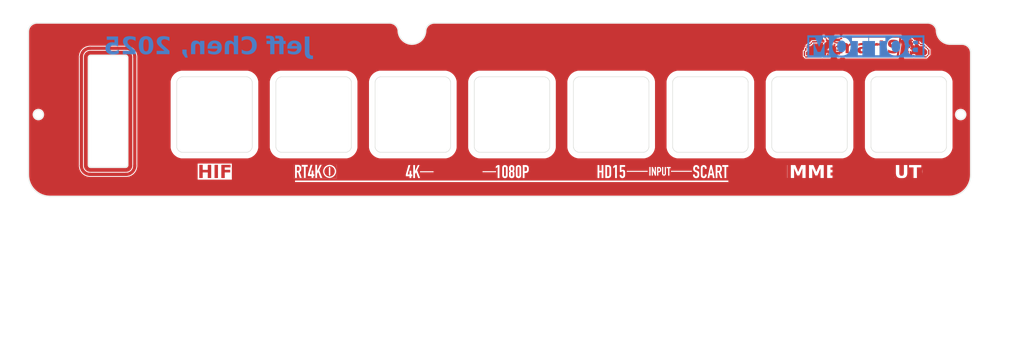
<source format=kicad_pcb>
(kicad_pcb (version 20241229) (generator "pcbnew") (generator_version "9.0")
  (title_block (title "jSmartSW Keypad Face Panel") (date "2025-04-15") (rev "1.0") (company "Jeff Chen"))
  (layers (0 "F.Cu" signal) (2 "B.Cu" signal) (13 "F.Paste" user) (15 "B.Paste" user) (5 "F.SilkS" user "F.Silkscreen") (7 "B.SilkS" user "B.Silkscreen") (1 "F.Mask" user) (3 "B.Mask" user) (25 "Edge.Cuts" user))
  (net 0 "")
  (net 1 "2")
  (net 2 "1")
  (gr_line (start 62.5 118.07) (end 54.2 118.07) (stroke (width 0.75)) (layer "F.Cu"))
  (gr_poly (pts (xy 109.383514 116.360027) (xy 109.341061 116.360027) (xy 109.270878 116.393825) (xy 109.222311 116.454727) (xy 109.204977 116.530671) (xy 109.205647 116.533605) (xy 109.205014 116.533605) (xy 109.205014 118.228305) (xy 109.205546 118.228305) (xy 109.205015 118.230633) (xy 109.222349 118.306577) (xy 109.270916 118.367479) (xy 109.341099 118.401277) (xy 109.383514 118.401277) (xy 109.383514 118.574908) (xy 109.269287 118.574908) (xy 109.051613 118.534218) (xy 108.845123 118.454223) (xy 108.656847 118.337648) (xy 108.493198 118.188462) (xy 108.359748 118.011746) (xy 108.261042 117.813517) (xy 108.200441 117.600526) (xy 108.180009 117.380027) (xy 108.200441 117.159528) (xy 108.261042 116.946537) (xy 108.359748 116.748308) (xy 108.493198 116.571592) (xy 108.656847 116.422406) (xy 108.845123 116.305831) (xy 109.051613 116.225836) (xy 109.269287 116.185146) (xy 109.383514 116.185146)) (fill yes) (layer "F.Cu") (net 2))
  (gr_line (start 54.2 89.02) (end 62.5 89.02) (stroke (width 0.75)) (layer "F.Cu"))
  (gr_line (start 64.5 91.02) (end 64.5 116.07) (stroke (width 0.75)) (layer "F.Cu"))
  (gr_poly (pts (xy 134.214047 116.754926) (xy 134.241324 116.755617) (xy 134.340076 116.774588) (xy 134.418234 116.833572) (xy 134.421342 116.838826) (xy 134.45194 116.932735) (xy 134.45619 116.966313) (xy 134.460732 117.065115) (xy 134.460312 117.097375) (xy 134.45194 117.198471) (xy 134.421165 117.294703) (xy 134.349846 117.354787) (xy 134.325178 117.363976) (xy 134.227725 117.375792) (xy 134.063105 117.375792) (xy 134.063105 116.754926)) (fill yes) (layer "F.Cu"))
  (gr_line (start 227.74 86.35) (end 240.935 86.35) (stroke (width 0.5)) (layer "F.Cu"))
  (gr_poly (pts (xy 154.528968 116.35239) (xy 154.573893 116.353678) (xy 154.720943 116.389026) (xy 154.822059 116.493806) (xy 154.828083 116.506914) (xy 154.855765 116.653541) (xy 154.855765 116.699657) (xy 154.855765 116.846249) (xy 154.855765 116.892781) (xy 154.855765 117.044085) (xy 154.855732 117.049599) (xy 154.822059 117.193562) (xy 154.715813 117.294678) (xy 154.659519 117.31512) (xy 154.51358 117.330582) (xy 154.306218 117.330582) (xy 154.306218 116.35239)) (fill yes) (layer "F.Cu"))
  (gr_poly (pts (xy 185.266358 116.654926) (xy 185.296308 116.655785) (xy 185.394341 116.679351) (xy 185.461752 116.749204) (xy 185.465767 116.757942) (xy 185.484222 116.855694) (xy 185.484222 116.886438) (xy 185.484222 116.984166) (xy 185.484222 117.015187) (xy 185.484222 117.116057) (xy 185.4842 117.119733) (xy 185.461752 117.215708) (xy 185.390921 117.283119) (xy 185.353392 117.296746) (xy 185.256099 117.307055) (xy 185.117858 117.307055) (xy 185.117858 116.654926)) (fill yes) (layer "F.Cu"))
  (gr_line (start 226.005 87.76) (end 226.815 87.76) (stroke (width 0.3)) (layer "F.Cu"))
  (gr_poly (pts (xy 137.673161 116.7553) (xy 137.764361 116.799378) (xy 137.804766 116.852593) (xy 137.823468 116.951786) (xy 137.823468 117.999099) (xy 137.816484 118.063553) (xy 137.764361 118.151018) (xy 137.721243 118.17883) (xy 137.625143 118.199867) (xy 137.576609 118.195097) (xy 137.484947 118.151018) (xy 137.444542 118.097897) (xy 137.42584 117.999099) (xy 137.42584 116.951786) (xy 137.432825 116.887054) (xy 137.484947 116.799378) (xy 137.528181 116.771567) (xy 137.625143 116.75053)) (fill yes) (layer "F.Cu"))
  (gr_arc (start 54.2 118.07) (mid 52.785786 117.484214) (end 52.2 116.07) (stroke (width 0.75)) (layer "F.Cu"))
  (gr_line (start 228.37 90.92) (end 240.255 90.92) (stroke (width 0.5)) (layer "F.Cu"))
  (gr_poly (pts (xy 155.617744 119.33178) (xy 147.82 119.33178) (xy 147.82 117.19) (xy 147.342425 117.19) (xy 147.342425 116.239549) (xy 147.675758 116.239549) (xy 147.675758 116.695307) (xy 148.097809 116.378768) (xy 148.097809 118.925) (xy 148.526455 118.925) (xy 148.526455 116.557554) (xy 149.144146 116.557554) (xy 149.144146 116.559019) (xy 149.144146 118.308775) (xy 149.154103 118.433897) (xy 149.196169 118.576221) (xy 149.240683 118.659065) (xy 149.336853 118.776988) (xy 149.406611 118.834072) (xy 149.539819 118.904483) (xy 149.635102 118.932948) (xy 149.780887 118.948447) (xy 149.873417 118.942264) (xy 150.021222 118.904483) (xy 150.103791 118.865946) (xy 150.22492 118.776988) (xy 150.289961 118.703203) (xy 150.364139 118.576221) (xy 150.402006 118.459066) (xy 150.416895 118.308775) (xy 150.416895 116.719487) (xy 150.706323 116.719487) (xy 150.706323 116.79155) (xy 150.706323 116.945167) (xy 150.706516 116.96216) (xy 150.728305 117.107833) (xy 150.795716 117.235327) (xy 150.810699 117.253102) (xy 150.918814 117.35403) (xy 150.899901 117.368696) (xy 150.795716 117.471999) (xy 150.792899 117.475682) (xy 150.728305 117.609752) (xy 150.717679 117.657517) (xy 150.712344 117.726988) (xy 150.706323 117.80539) (xy 150.706323 117.933984) (xy 150.706323 118.088224) (xy 150.706323 118.170441) (xy 150.706323 118.317568) (xy 150.706335 118.323133) (xy 150.718779 118.474371) (xy 150.755416 118.587944) (xy 150.812569 118.684665) (xy 150.894142 118.779569) (xy 151.017733 118.870778) (xy 151.051827 118.888981) (xy 151.196405 118.935628) (xy 151.343064 118.948447) (xy 151.378531 118.947764) (xy 151.53008 118.926526) (xy 151.66693 118.870778) (xy 151.771616 118.796927) (xy 151.872827 118.684665) (xy 151.92998 118.587944) (xy 151.966616 118.474371) (xy 151.968124 118.465859) (xy 151.979072 118.317568) (xy 151.979072 118.236238) (xy 151.979072 118.088224) (xy 151.979072 117.960951) (xy 151.979072 117.80539) (xy 151.97802 117.756458) (xy 151.957091 117.609752) (xy 151.955738 117.604826) (xy 151.889679 117.471999) (xy 151.874696 117.453469) (xy 151.766581 117.35403) (xy 151.785495 117.338551) (xy 151.889679 117.235327) (xy 151.957091 117.107833) (xy 151.961019 117.094326) (xy 151.979072 116.945167) (xy 151.979072 116.870497) (xy 151.979072 116.719487) (xy 151.97866 116.660914) (xy 151.974366 116.557554) (xy 152.2685 116.557554) (xy 152.2685 116.559019) (xy 152.2685 118.308775) (xy 152.278458 118.433897) (xy 152.320524 118.576221) (xy 152.365037 118.659065) (xy 152.461208 118.776988) (xy 152.530966 118.834072) (xy 152.664174 118.904483) (xy 152.759456 118.932948) (xy 152.905241 118.948447) (xy 152.997771 118.942264) (xy 153.145576 118.904483) (xy 153.228146 118.865946) (xy 153.349275 118.776988) (xy 153.414316 118.703203) (xy 153.488493 118.576221) (xy 153.52636 118.459066) (xy 153.54125 118.308775) (xy 153.54125 117.330582) (xy 153.877572 117.330582) (xy 153.877572 118.925) (xy 154.306218 118.925) (xy 154.306218 117.759228) (xy 154.528235 117.759228) (xy 154.630461 117.755301) (xy 154.784661 117.730297) (xy 154.92171 117.677163) (xy 154.949209 117.661059) (xy 155.070861 117.563149) (xy 155.16058 117.445621) (xy 155.220955 117.3272) (xy 155.260963 117.184036) (xy 155.266459 117.148064) (xy 155.280541 116.995629) (xy 155.284411 116.84112) (xy 155.281755 116.712938) (xy 155.269429 116.559569) (xy 155.241913 116.412473) (xy 155.236423 116.392758) (xy 155.178098 116.255114) (xy 155.089505 116.135502) (xy 154.980143 116.040158) (xy 154.842575 115.970638) (xy 154.825462 115.964959) (xy 154.676398 115.932719) (xy 154.528235 115.923743) (xy 153.877572 115.923743) (xy 153.877572 117.330582) (xy 153.54125 117.330582) (xy 153.54125 116.557554) (xy 153.531152 116.432432) (xy 153.488493 116.290108) (xy 153.444529 116.206817) (xy 153.349275 116.088607) (xy 153.27907 116.031523) (xy 153.145576 115.961113) (xy 153.057855 115.934322) (xy 152.905241 115.917149) (xy 152.812265 115.923331) (xy 152.664174 115.961113) (xy 152.581707 115.999649) (xy 152.461208 116.088607) (xy 152.395571 116.162513) (xy 152.320524 116.290108) (xy 152.283183 116.407262) (xy 152.2685 116.557554) (xy 151.974366 116.557554) (xy 151.972478 116.512124) (xy 151.9461 116.364113) (xy 151.895541 116.251273) (xy 151.824467 116.147226) (xy 151.743243 116.061453) (xy 151.614906 115.977965) (xy 151.492772 115.934313) (xy 151.343064 115.917149) (xy 151.210185 115.930512) (xy 151.070489 115.977965) (xy 150.968708 116.040296) (xy 150.860929 116.147226) (xy 150.792052 116.251273) (xy 150.743692 116.364113) (xy 150.742421 116.368029) (xy 150.714383 116.512124) (xy 150.711382 116.552424) (xy 150.710132 116.569211) (xy 150.706323 116.719487) (xy 150.416895 116.719487) (xy 150.416895 116.557554) (xy 150.406797 116.432432) (xy 150.364139 116.290108) (xy 150.320175 116.206817) (xy 150.22492 116.088607) (xy 150.154716 116.031523) (xy 150.021222 115.961113) (xy 149.9335 115.934322) (xy 149.780887 115.917149) (xy 149.68791 115.923331) (xy 149.539819 115.961113) (xy 149.457353 115.999649) (xy 149.336853 116.088607) (xy 149.271217 116.162513) (xy 149.196169 116.290108) (xy 149.158828 116.407262) (xy 149.144146 116.557554) (xy 148.526455 116.557554) (xy 148.526455 115.923743) (xy 148.097809 115.923743) (xy 147.675758 116.239549) (xy 147.342425 116.239549) (xy 147.342425 115.583816) (xy 155.617744 115.583816)) (fill yes) (layer "F.Cu") (net 2))
  (gr_poly (pts (xy 152.915826 116.346033) (xy 153.053985 116.406612) (xy 153.064461 116.418285) (xy 153.112603 116.559019) (xy 153.112603 118.307309) (xy 153.112088 118.324212) (xy 153.053985 118.459717) (xy 153.042835 118.470454) (xy 152.904509 118.519801) (xy 152.893191 118.519566) (xy 152.755032 118.459717) (xy 152.744687 118.448043) (xy 152.697146 118.307309) (xy 152.697146 116.559019) (xy 152.697655 116.542116) (xy 152.755032 116.406612) (xy 152.766182 116.395743) (xy 152.904509 116.345795)) (fill yes) (layer "F.Cu"))
  (gr_poly (pts (xy 173.513825 116.35239) (xy 173.634244 116.365785) (xy 173.764418 116.447644) (xy 173.816075 116.561767) (xy 173.833294 116.71509) (xy 173.833294 118.129256) (xy 173.821322 118.266762) (xy 173.760754 118.407693) (xy 173.662752 118.474188) (xy 173.513825 118.496353) (xy 173.324048 118.496353) (xy 173.324048 116.35239)) (fill yes) (layer "F.Cu"))
  (gr_poly (pts (xy 102.07571 116.312417) (xy 102.116626 116.313453) (xy 102.264754 116.341909) (xy 102.381991 116.430386) (xy 102.386653 116.438266) (xy 102.432549 116.57913) (xy 102.438925 116.629497) (xy 102.445738 116.777699) (xy 102.445107 116.82609) (xy 102.432549 116.977734) (xy 102.386387 117.122082) (xy 102.279409 117.212207) (xy 102.242406 117.225992) (xy 102.096227 117.243715) (xy 101.849297 117.243715) (xy 101.849297 116.312417)) (fill yes) (layer "F.Cu"))
  (gr_line (start 226.125 88.62) (end 226.815 88.62) (stroke (width 0.3)) (layer "F.Cu"))
  (gr_poly (pts (xy 242.525146 88.002355) (xy 242.206323 88.002355) (xy 242.206323 87.684855) (xy 242.525146 87.684855)) (stroke (width -0.000001)) (fill yes) (layer "F.Cu"))
  (gr_poly (pts (xy 177.784624 119.34178) (xy 170.774211 119.34178) (xy 170.774211 118.925) (xy 171.107544 118.925) (xy 171.53619 118.925) (xy 171.53619 117.61195) (xy 172.045437 117.61195) (xy 172.045437 118.925) (xy 172.474083 118.925) (xy 172.474083 118.496353) (xy 172.895402 118.496353) (xy 172.895402 118.925) (xy 173.48305 118.925) (xy 173.639693 118.915428) (xy 173.798019 118.881047) (xy 173.934273 118.821661) (xy 174.061173 118.724965) (xy 174.097052 118.685507) (xy 174.175477 118.561206) (xy 174.228806 118.409154) (xy 174.254882 118.253342) (xy 174.26194 118.102878) (xy 174.26194 116.69897) (xy 174.255294 116.56586) (xy 174.225756 116.406812) (xy 174.16428 116.253063) (xy 174.154563 116.239549) (xy 174.730154 116.239549) (xy 174.730154 116.695307) (xy 175.152206 116.378768) (xy 175.152206 118.925) (xy 175.580852 118.925) (xy 175.580852 118.178349) (xy 176.198542 118.178349) (xy 176.198542 118.305111) (xy 176.2085 118.430874) (xy 176.250566 118.574023) (xy 176.295079 118.65776) (xy 176.39125 118.776256) (xy 176.461008 118.833786) (xy 176.594215 118.904483) (xy 176.689498 118.932948) (xy 176.835283 118.948447) (xy 176.927813 118.942264) (xy 177.075618 118.904483) (xy 177.158187 118.865843) (xy 177.279317 118.776256) (xy 177.344358 118.702349) (xy 177.418535 118.574755) (xy 177.456402 118.456914) (xy 177.471291 118.305844) (xy 177.471291 117.532083) (xy 177.462728 117.407793) (xy 177.422986 117.264114) (xy 177.334271 117.134944) (xy 177.270683 117.083267) (xy 177.131569 117.02097) (xy 176.978898 117.00232) (xy 176.916282 117.00545) (xy 176.771536 117.041887) (xy 176.743507 117.054717) (xy 176.620594 117.140073) (xy 176.620594 116.35239) (xy 177.471291 116.35239) (xy 177.471291 115.923743) (xy 176.245437 115.923743) (xy 176.245437 117.537944) (xy 176.623524 117.537944) (xy 176.647705 117.49911) (xy 176.685806 117.441957) (xy 176.748088 117.39726) (xy 176.841145 117.377477) (xy 176.852013 117.377723) (xy 176.985492 117.440491) (xy 176.995706 117.452539) (xy 177.042645 117.592899) (xy 177.042645 118.296318) (xy 177.041809 118.322136) (xy 176.989156 118.461182) (xy 176.978884 118.471658) (xy 176.840412 118.519801) (xy 176.81661 118.51885) (xy 176.68141 118.458984) (xy 176.657713 118.430028) (xy 176.620594 118.288258) (xy 176.620594 118.178349) (xy 176.198542 118.178349) (xy 175.580852 118.178349) (xy 175.580852 115.923743) (xy 175.152206 115.923743) (xy 174.730154 116.239549) (xy 174.154563 116.239549) (xy 174.072896 116.125976) (xy 173.967796 116.0375) (xy 173.823392 115.968179) (xy 173.671774 115.933421) (xy 173.521152 115.923743) (xy 172.895402 115.923743) (xy 172.895402 118.496353) (xy 172.474083 118.496353) (xy 172.474083 115.923743) (xy 172.045437 115.923743) (xy 172.045437 117.236793) (xy 171.53619 117.236793) (xy 171.53619 115.923743) (xy 171.107544 115.923743) (xy 171.107544 118.925) (xy 170.774211 118.925) (xy 170.774211 115.59041) (xy 177.784624 115.59041)) (fill yes) (layer "F.Cu") (net 2))
  (gr_poly (pts (xy 198.970872 116.35239) (xy 199.011788 116.353426) (xy 199.159916 116.381882) (xy 199.277153 116.470359) (xy 199.281815 116.478239) (xy 199.327711 116.619103) (xy 199.334087 116.66947) (xy 199.3409 116.817672) (xy 199.340269 116.866063) (xy 199.327711 117.017707) (xy 199.281549 117.162055) (xy 199.174571 117.25218) (xy 199.137568 117.265965) (xy 198.991389 117.283688) (xy 198.744459 117.283688) (xy 198.744459 116.35239)) (fill yes) (layer "F.Cu"))
  (gr_poly (pts (xy 223.385063 86.411593) (xy 223.703886 86.411593) (xy 223.703886 86.730416) (xy 224.022709 86.730416) (xy 224.022709 87.046593) (xy 224.656386 87.046593) (xy 224.656386 87.365416) (xy 224.975209 87.365416) (xy 224.975209 87.684239) (xy 225.290063 87.684239) (xy 225.290063 88.644676) (xy 224.9805 88.644676) (xy 224.9805 89.280999) (xy 224.661677 89.280999) (xy 224.661677 90.234822) (xy 224.346823 90.234822) (xy 224.346823 90.863208) (xy 224.653739 90.863208) (xy 224.653739 91.186) (xy 223.066239 91.186) (xy 223.066239 90.879083) (xy 222.758 90.879083) (xy 222.758 91.186) (xy 218.937417 91.186) (xy 218.937417 90.873791) (xy 218.62124 90.873791) (xy 218.62124 89.602468) (xy 218.945354 89.602468) (xy 218.946677 90.860562) (xy 222.746094 90.860562) (xy 222.746094 90.550999) (xy 223.074177 90.550999) (xy 223.074177 90.859239) (xy 224.017417 90.859239) (xy 224.017417 90.226885) (xy 224.334917 90.226885) (xy 224.334917 89.273062) (xy 224.652417 89.273062) (xy 224.652417 88.636739) (xy 224.961979 88.636739) (xy 224.961979 87.701437) (xy 224.656385 87.701437) (xy 224.656385 88.008354) (xy 224.337562 88.008354) (xy 224.337562 87.684239) (xy 224.645802 87.684239) (xy 224.645802 87.376) (xy 223.694625 87.376) (xy 223.694625 86.739677) (xy 223.377125 86.739677) (xy 223.377125 86.428791) (xy 223.0755 86.428791) (xy 223.0755 87.053208) (xy 223.385063 87.053208) (xy 223.385063 87.696145) (xy 223.068886 87.696145) (xy 223.068886 88.007031) (xy 222.425948 88.007031) (xy 222.425948 87.700114) (xy 220.527563 87.700114) (xy 220.527563 88.013645) (xy 220.211385 88.013645) (xy 220.211385 88.332468) (xy 219.575063 88.332468) (xy 219.575063 88.968791) (xy 219.258886 88.968791) (xy 219.258886 89.602468) (xy 218.945354 89.602468) (xy 218.62124 89.602468) (xy 218.62124 89.595854) (xy 218.932125 89.595854) (xy 218.932125 88.959531) (xy 219.249625 88.959531) (xy 219.249625 88.323208) (xy 219.567125 88.323208) (xy 219.567125 88.007031) (xy 220.200802 88.007031) (xy 220.200802 87.688208) (xy 220.518302 87.688208) (xy 220.518302 87.372031) (xy 222.433885 87.372031) (xy 222.433885 87.68027) (xy 223.056979 87.68027) (xy 223.056979 87.378645) (xy 222.746094 87.378645) (xy 222.746094 87.059823) (xy 222.429917 87.059823) (xy 222.429917 86.734385) (xy 222.742125 86.734385) (xy 222.742125 86.415562) (xy 223.059625 86.415562) (xy 223.059625 86.100708) (xy 223.385063 86.100708)) (stroke (width -0.000001)) (fill yes) (layer "F.Cu") (net 1))
  (gr_line (start 52.2 90.99) (end 52.2 116.07) (stroke (width 0.75)) (layer "F.Cu"))
  (gr_poly (pts (xy 182.86 117.65) (xy 180.92 117.65) (xy 177.65 117.65) (xy 177.65 117.254983) (xy 177.849994 117.254983) (xy 177.849994 117.49501) (xy 180.92 117.49501) (xy 180.92 117.495) (xy 182.67 117.495) (xy 182.67 117.254973) (xy 180.92 117.254973) (xy 180.92 117.254983) (xy 179.529994 117.254983) (xy 177.65 117.254983) (xy 177.65 117.07) (xy 180.92 117.07) (xy 182.86 117.07)) (fill yes) (layer "F.Cu") (net 2))
  (gr_line (start 226.57 90.92) (end 226.74 90.92) (stroke (width 0.5)) (layer "F.Cu"))
  (gr_poly (pts (xy 111.040009 118.980027) (xy 109.380009 118.980027) (xy 109.380009 118.874904) (xy 109.503878 118.874904) (xy 109.748237 118.834127) (xy 109.982552 118.753687) (xy 110.200431 118.635777) (xy 110.395931 118.483613) (xy 110.56372 118.301346) (xy 110.69922 118.093948) (xy 110.798735 117.867076) (xy 110.859551 117.626919) (xy 110.880009 117.380027) (xy 110.859551 117.133135) (xy 110.798735 116.892978) (xy 110.69922 116.666106) (xy 110.56372 116.458708) (xy 110.395931 116.276441) (xy 110.200431 116.124277) (xy 109.982552 116.006367) (xy 109.748237 115.925927) (xy 109.503878 115.88515) (xy 109.380009 115.88515) (xy 109.380009 115.780027) (xy 111.040009 115.780027)) (fill yes) (layer "F.Cu") (net 2))
  (gr_poly (pts (xy 129.923918 117.043918) (xy 130.495876 119.328333) (xy 126.608544 119.328333) (xy 126.608544 118.080896) (xy 126.941877 118.080896) (xy 126.941877 118.509542) (xy 127.78598 118.509542) (xy 127.78598 118.925) (xy 128.214627 118.925) (xy 128.644738 118.925) (xy 129.073384 118.925) (xy 129.073384 118.027407) (xy 129.304194 117.592899) (xy 129.791458 118.925) (xy 130.245017 118.925) (xy 129.551856 117.125418) (xy 130.135841 115.923743) (xy 129.707195 115.923743) (xy 129.081444 117.293946) (xy 129.073384 117.293946) (xy 129.073384 115.923743) (xy 128.644738 115.923743) (xy 128.644738 118.925) (xy 128.214627 118.925) (xy 128.214627 118.509542) (xy 128.442505 118.509542) (xy 128.442505 118.080896) (xy 128.214627 118.080896) (xy 128.214627 117.236793) (xy 127.78598 117.236793) (xy 127.78598 118.080896) (xy 127.366127 118.080896) (xy 128.004334 115.923743) (xy 127.552973 115.923743) (xy 126.941877 118.080896) (xy 126.608544 118.080896) (xy 126.608544 115.59041) (xy 130.47835 115.59041)) (fill yes) (layer "F.Cu") (net 2))
  (gr_poly (pts (xy 149.791471 116.346033) (xy 149.929631 116.406612) (xy 149.940106 116.418285) (xy 149.988249 116.559019) (xy 149.988249 118.307309) (xy 149.987734 118.324212) (xy 149.929631 118.459717) (xy 149.918481 118.470454) (xy 149.780154 118.519801) (xy 149.768837 118.519566) (xy 149.630677 118.459717) (xy 149.620333 118.448043) (xy 149.572792 118.307309) (xy 149.572792 116.559019) (xy 149.573301 116.542116) (xy 149.630677 116.406612) (xy 149.641827 116.395743) (xy 149.780154 116.345795)) (fill yes) (layer "F.Cu"))
  (gr_arc (start 62.5 89.02) (mid 63.914214 89.605786) (end 64.5 91.02) (stroke (width 0.75)) (layer "F.Cu"))
  (gr_arc (start 52.2 91.02) (mid 52.785786 89.605786) (end 54.2 89.02) (stroke (width 0.75)) (layer "F.Cu"))
  (gr_poly (pts (xy 192.96 117.64) (xy 191.1 117.64) (xy 187.9 117.64) (xy 187.9 117.244983) (xy 188.029994 117.244983) (xy 188.029994 117.48501) (xy 191.1 117.48501) (xy 191.1 117.485) (xy 192.85 117.485) (xy 192.85 117.244973) (xy 191.1 117.244973) (xy 191.1 117.244983) (xy 189.709994 117.244983) (xy 187.9 117.244983) (xy 187.9 117.06) (xy 191.1 117.06) (xy 192.96 117.06)) (fill yes) (layer "F.Cu") (net 2))
  (gr_line (start 225.89 86.35) (end 226.74 86.35) (stroke (width 0.5)) (layer "F.Cu"))
  (gr_poly (pts (xy 109.70841 116.225913) (xy 109.9149 116.305908) (xy 110.103176 116.422483) (xy 110.266825 116.571669) (xy 110.400275 116.748385) (xy 110.498981 116.946614) (xy 110.559582 117.159605) (xy 110.580014 117.380104) (xy 110.559582 117.600603) (xy 110.498981 117.813594) (xy 110.400275 118.011823) (xy 110.266825 118.188539) (xy 110.103176 118.337725) (xy 109.9149 118.4543) (xy 109.70841 118.534295) (xy 109.490736 118.574985) (xy 109.383639 118.574985) (xy 109.383639 118.400633) (xy 109.418995 118.400633) (xy 109.489178 118.366835) (xy 109.537745 118.305933) (xy 109.555079 118.229989) (xy 109.554548 118.227661) (xy 109.555003 118.227661) (xy 109.555003 116.532961) (xy 109.554371 116.532961) (xy 109.555041 116.530027) (xy 109.537707 116.454083) (xy 109.48914 116.393181) (xy 109.418957 116.359383) (xy 109.383639 116.359383) (xy 109.383639 116.185223) (xy 109.490736 116.185223)) (fill yes) (layer "F.Cu") (net 2))
  (gr_poly (pts (xy 151.35269 117.518398) (xy 151.488144 117.578977) (xy 151.495686 117.586596) (xy 151.550426 117.726988) (xy 151.550426 118.310973) (xy 151.550183 118.321858) (xy 151.488144 118.459717) (xy 151.480276 118.466993) (xy 151.342331 118.519801) (xy 151.332062 118.519566) (xy 151.197251 118.459717) (xy 151.189709 118.452009) (xy 151.134969 118.310973) (xy 151.134969 117.726988) (xy 151.135212 117.716106) (xy 151.197251 117.578977) (xy 151.205116 117.571613) (xy 151.342331 117.518161)) (fill yes) (layer "F.Cu"))
  (gr_arc (start 64.5 116.07) (mid 63.914214 117.484213) (end 62.5 118.069999) (stroke (width 0.75)) (layer "F.Cu"))
  (gr_poly (pts (xy 201.58006 119.28178) (xy 192.768384 119.28178) (xy 192.77 118.080896) (xy 193.101717 118.080896) (xy 193.101717 118.239898) (xy 193.114114 118.376416) (xy 193.158137 118.519068) (xy 193.215078 118.624735) (xy 193.310544 118.743283) (xy 193.408744 118.824255) (xy 193.539888 118.894225) (xy 193.678924 118.934891) (xy 193.827851 118.948447) (xy 193.877974 118.947405) (xy 194.027275 118.929628) (xy 194.173699 118.881769) (xy 194.29505 118.808149) (xy 194.403775 118.697854) (xy 194.479499 118.563741) (xy 194.524676 118.42308) (xy 194.535441 118.372061) (xy 194.555877 118.222356) (xy 194.562045 118.074302) (xy 194.558819 117.9382) (xy 194.545192 117.783408) (xy 194.530733 117.698629) (xy 194.484376 117.55553) (xy 194.450115 117.497756) (xy 194.349553 117.38627) (xy 194.25759 117.321601) (xy 194.125339 117.258042) (xy 193.806602 117.128349) (xy 193.679107 117.062404) (xy 193.607299 116.982536) (xy 193.576525 116.877756) (xy 193.570663 116.730478) (xy 193.582387 116.586863) (xy 193.62635 116.463032) (xy 193.709881 116.379501) (xy 193.845436 116.345795) (xy 193.949816 116.360839) (xy 194.067453 116.452773) (xy 194.112533 116.553452) (xy 194.133399 116.705565) (xy 194.133399 116.801552) (xy 194.562045 116.801552) (xy 194.562045 116.603715) (xy 194.898367 116.603715) (xy 194.898367 118.245027) (xy 194.899363 118.295345) (xy 194.916358 118.442906) (xy 194.962115 118.582815) (xy 195.025267 118.688603) (xy 195.126246 118.798237) (xy 195.211203 118.857883) (xy 195.349728 118.915474) (xy 195.442189 118.935567) (xy 195.594459 118.948447) (xy 195.713911 118.937648) (xy 195.753519 118.925) (xy 196.427572 118.925) (xy 196.856218 118.925) (xy 196.982247 118.268475) (xy 197.566232 118.268475) (xy 197.692261 118.925) (xy 198.120175 118.925) (xy 197.755127 117.283688) (xy 198.315813 117.283688) (xy 198.315813 118.925) (xy 198.744459 118.925) (xy 198.744459 117.658845) (xy 199.004578 117.658845) (xy 199.408311 118.925) (xy 199.86187 118.925) (xy 199.399519 117.57165) (xy 199.494727 117.509597) (xy 199.608518 117.399516) (xy 199.687481 117.269033) (xy 199.734204 117.130635) (xy 199.761532 116.973363) (xy 199.769546 116.814009) (xy 199.762862 116.654908) (xy 199.733152 116.467118) (xy 199.694798 116.35239) (xy 199.839888 116.35239) (xy 200.349135 116.35239) (xy 200.349135 118.925) (xy 200.777781 118.925) (xy 200.777781 116.35239) (xy 201.246727 116.35239) (xy 201.246727 115.923743) (xy 199.839888 115.923743) (xy 199.839888 116.35239) (xy 199.694798 116.35239) (xy 199.679674 116.307149) (xy 199.602429 116.175) (xy 199.472448 116.048937) (xy 199.341725 115.979385) (xy 199.187233 115.937654) (xy 199.008974 115.923743) (xy 198.315813 115.923743) (xy 198.315813 117.283688) (xy 197.755127 117.283688) (xy 197.452659 115.923743) (xy 197.09582 115.923743) (xy 196.669192 117.839829) (xy 196.427572 118.925) (xy 195.753519 118.925) (xy 195.856776 118.892027) (xy 195.957956 118.835086) (xy 196.070733 118.739619) (xy 196.14266 118.6498) (xy 196.212882 118.519068) (xy 196.248445 118.407911) (xy 196.264906 118.256751) (xy 196.264906 118.072103) (xy 195.83626 118.072103) (xy 195.83626 118.218649) (xy 195.81208 118.365195) (xy 195.751263 118.456786) (xy 195.664068 118.505146) (xy 195.577606 118.519801) (xy 195.504899 118.512845) (xy 195.381235 118.431873) (xy 195.348194 118.360054) (xy 195.327013 118.214253) (xy 195.327013 116.693108) (xy 195.334123 116.587321) (xy 195.377572 116.443981) (xy 195.435701 116.380409) (xy 195.582003 116.345795) (xy 195.644065 116.353098) (xy 195.767383 116.438119) (xy 195.806597 116.50507) (xy 195.83626 116.655006) (xy 195.83626 116.797156) (xy 196.264906 116.797156) (xy 196.264906 116.630094) (xy 196.253475 116.489251) (xy 196.212882 116.342864) (xy 196.160429 116.234191) (xy 196.070733 116.114253) (xy 196.022281 116.068057) (xy 195.885925 115.979514) (xy 195.744606 115.93274) (xy 195.585667 115.917149) (xy 195.448055 115.928741) (xy 195.306497 115.969905) (xy 195.209661 116.018826) (xy 195.088144 116.114253) (xy 195.016497 116.200987) (xy 194.94746 116.331873) (xy 194.912222 116.454008) (xy 194.898367 116.603715) (xy 194.562045 116.603715) (xy 194.562045 116.591992) (xy 194.560377 116.543741) (xy 194.530724 116.390441) (xy 194.464006 116.248732) (xy 194.372268 116.131106) (xy 194.275926 116.048802) (xy 194.148053 115.975767) (xy 194.011766 115.931803) (xy 193.862289 115.917149) (xy 193.839317 115.917404) (xy 193.689731 115.933452) (xy 193.542819 115.982362) (xy 193.428102 116.052472) (xy 193.323001 116.155286) (xy 193.2435 116.274904) (xy 193.186713 116.415404) (xy 193.181301 116.434335) (xy 193.151838 116.58033) (xy 193.142017 116.733408) (xy 193.142375 116.768119) (xy 193.15284 116.915176) (xy 193.181462 117.061035) (xy 193.233608 117.200157) (xy 193.245838 117.223049) (xy 193.337765 117.338927) (xy 193.457549 117.429545) (xy 193.594843 117.49911) (xy 193.893064 117.624406) (xy 194.017627 117.687421) (xy 194.093098 117.762892) (xy 194.125339 117.884525) (xy 194.129235 117.929927) (xy 194.133399 118.0765) (xy 194.133238 118.107405) (xy 194.126804 118.258217) (xy 194.087969 118.3989) (xy 193.994913 118.488293) (xy 193.975185 118.49737) (xy 193.827851 118.519801) (xy 193.728021 118.508718) (xy 193.598507 118.426011) (xy 193.55971 118.358343) (xy 193.530363 118.214253) (xy 193.530363 118.080896) (xy 193.101717 118.080896) (xy 192.9 118.080896) (xy 192.9 115.583816) (xy 201.58006 115.583816)) (fill yes) (layer "F.Cu") (net 2))
  (gr_poly (pts (xy 197.276071 116.772243) (xy 197.486364 117.839829) (xy 197.057718 117.839829) (xy 197.268011 116.772243)) (fill yes) (layer "F.Cu"))
  (gr_poly (pts (xy 133.46 117.74) (xy 131.6 117.74) (xy 130.09 117.74) (xy 130.09 117.344983) (xy 130.209994 117.344983) (xy 130.209994 117.58501) (xy 131.6 117.58501) (xy 131.6 117.585) (xy 133.35 117.585) (xy 133.35 117.344973) (xy 131.6 117.344973) (xy 131.6 117.344983) (xy 130.209994 117.344983) (xy 130.09 117.344983) (xy 130.09 117.16) (xy 131.6 117.16) (xy 133.46 117.16)) (fill yes) (layer "F.Cu") (net 2))
  (gr_line (start 240.252121 90.919253) (end 240.935 86.35) (stroke (width 0.5)) (layer "F.Cu"))
  (gr_poly (pts (xy 109.380009 115.88515) (xy 109.25614 115.88515) (xy 109.011781 115.925927) (xy 108.777466 116.006367) (xy 108.559587 116.124277) (xy 108.364087 116.276441) (xy 108.196298 116.458708) (xy 108.060798 116.666106) (xy 107.961283 116.892978) (xy 107.900467 117.133135) (xy 107.880009 117.380027) (xy 107.900467 117.626919) (xy 107.961283 117.867076) (xy 108.060798 118.093948) (xy 108.196298 118.301346) (xy 108.364087 118.483613) (xy 108.559587 118.635777) (xy 108.777466 118.753687) (xy 109.011781 118.834127) (xy 109.25614 118.874904) (xy 109.380009 118.874904) (xy 109.380009 118.980027) (xy 107.720009 118.980027) (xy 107.720009 115.780027) (xy 109.380009 115.780027)) (fill yes) (layer "F.Cu") (net 2))
  (gr_poly (pts (xy 144.542696 118.707853) (xy 133.550339 118.707853) (xy 133.550339 116.245792) (xy 133.777341 116.245792) (xy 133.777341 118.47) (xy 134.063105 118.47) (xy 134.063105 117.625896) (xy 134.236517 117.625896) (xy 134.505673 118.47) (xy 134.808046 118.47) (xy 134.969246 118.47) (xy 135.813349 118.47) (xy 135.813349 118.184235) (xy 135.25501 118.184235) (xy 135.25501 117.907264) (xy 135.942309 117.907264) (xy 135.942309 118.013265) (xy 135.950574 118.104277) (xy 135.979923 118.199378) (xy 136.017884 118.269823) (xy 136.081528 118.348855) (xy 136.146994 118.402837) (xy 136.234424 118.449483) (xy 136.327114 118.476594) (xy 136.426399 118.485631) (xy 136.459814 118.484936) (xy 136.559348 118.473085) (xy 136.656964 118.441179) (xy 136.737865 118.392099) (xy 136.810349 118.318569) (xy 136.860831 118.22916) (xy 136.890949 118.135387) (xy 136.898126 118.101374) (xy 136.91175 118.00157) (xy 136.915861 117.902868) (xy 136.913711 117.812133) (xy 136.904626 117.708939) (xy 136.894987 117.652419) (xy 136.864082 117.55702) (xy 136.841241 117.518504) (xy 136.774201 117.44418) (xy 136.712892 117.401067) (xy 136.624724 117.358695) (xy 136.412233 117.272233) (xy 136.327236 117.228269) (xy 136.279365 117.175024) (xy 136.258848 117.10517) (xy 136.25494 117.006985) (xy 136.262756 116.911242) (xy 136.292065 116.828688) (xy 136.347753 116.773) (xy 136.438122 116.75053) (xy 136.507709 116.760559) (xy 136.586134 116.821849) (xy 136.616187 116.888968) (xy 136.630097 116.990376) (xy 136.630097 117.054368) (xy 136.915861 117.054368) (xy 136.915861 116.950809) (xy 137.140076 116.950809) (xy 137.140076 116.951786) (xy 137.140076 118.000076) (xy 137.140242 118.015628) (xy 137.150701 118.11658) (xy 137.182575 118.21501) (xy 137.228642 118.292054) (xy 137.295903 118.363021) (xy 137.359109 118.410986) (xy 137.450265 118.455345) (xy 137.526199 118.476048) (xy 137.624654 118.485631) (xy 137.701217 118.479834) (xy 137.740305 118.47) (xy 138.331981 118.47) (xy 139.176085 118.47) (xy 139.176085 118.184235) (xy 138.617746 118.184235) (xy 138.617746 118.019616) (xy 139.367571 118.019616) (xy 139.374397 118.10263) (xy 139.403231 118.200844) (xy 139.440096 118.269619) (xy 139.502882 118.347878) (xy 139.561813 118.399303) (xy 139.647473 118.449483) (xy 139.721284 118.474194) (xy 139.823328 118.485631) (xy 139.903243 118.478712) (xy 139.999672 118.449483) (xy 140.068594 118.412003) (xy 140.146217 118.347878) (xy 140.195932 118.287999) (xy 140.243914 118.200844) (xy 140.268809 118.119664) (xy 140.278597 118.019616) (xy 140.278597 116.754926) (xy 140.434424 116.754926) (xy 140.773921 116.754926) (xy 140.773921 118.47) (xy 141.059686 118.47) (xy 141.518862 118.47) (xy 141.804626 118.47) (xy 141.804626 116.950809) (xy 142.05815 116.950809) (xy 142.05815 116.951786) (xy 142.05815 118.000076) (xy 142.058316 118.015628) (xy 142.068775 118.11658) (xy 142.100649 118.21501) (xy 142.146716 118.292054) (xy 142.213977 118.363021) (xy 142.277183 118.410986) (xy 142.368339 118.455345) (xy 142.444273 118.476048) (xy 142.542728 118.485631) (xy 142.619291 118.479834) (xy 142.658379 118.47) (xy 143.250055 118.47) (xy 143.53582 118.47) (xy 143.53582 117.267348) (xy 143.984249 118.47) (xy 144.250474 118.47) (xy 144.250474 116.469162) (xy 143.96471 116.469162) (xy 143.96471 117.674745) (xy 143.522142 116.469162) (xy 143.250055 116.469162) (xy 143.250055 118.47) (xy 142.658379 118.47) (xy 142.716629 118.455345) (xy 142.79436 118.419732) (xy 142.87441 118.363021) (xy 142.932484 118.301304) (xy 142.984808 118.21501) (xy 142.992403 118.197931) (xy 143.019172 118.103006) (xy 143.027306 118.000076) (xy 143.027306 116.950809) (xy 143.02714 116.935897) (xy 143.016681 116.837602) (xy 142.984808 116.738318) (xy 142.939384 116.658633) (xy 142.87441 116.584933) (xy 142.809107 116.538731) (xy 142.716629 116.49554) (xy 142.641028 116.474503) (xy 142.542728 116.464766) (xy 142.466072 116.470656) (xy 142.368339 116.49554) (xy 142.296478 116.527557) (xy 142.213977 116.584933) (xy 142.15023 116.65381) (xy 142.100649 116.738318) (xy 142.093054 116.755873) (xy 142.066285 116.850992) (xy 142.05815 116.950809) (xy 141.804626 116.950809) (xy 141.804626 116.469162) (xy 141.518862 116.469162) (xy 141.518862 118.47) (xy 141.059686 118.47) (xy 141.059686 116.754926) (xy 141.372316 116.754926) (xy 141.372316 116.469162) (xy 140.434424 116.469162) (xy 140.434424 116.754926) (xy 140.278597 116.754926) (xy 140.278597 116.469162) (xy 139.992833 116.469162) (xy 139.992833 117.99226) (xy 139.987118 118.058892) (xy 139.944473 118.149553) (xy 139.918736 118.171565) (xy 139.82284 118.199867) (xy 139.787974 118.196722) (xy 139.701695 118.149553) (xy 139.666984 118.08969) (xy 139.653335 117.99226) (xy 139.653335 116.469162) (xy 139.367571 116.469162) (xy 139.367571 118.019616) (xy 138.617746 118.019616) (xy 138.617746 116.469162) (xy 138.331981 116.469162) (xy 138.331981 118.47) (xy 137.740305 118.47) (xy 137.798555 118.455345) (xy 137.876286 118.419732) (xy 137.956336 118.363021) (xy 138.01441 118.301304) (xy 138.066734 118.21501) (xy 138.074329 118.197931) (xy 138.101098 118.103006) (xy 138.109232 118.000076) (xy 138.109232 116.950809) (xy 138.109066 116.935897) (xy 138.098607 116.837602) (xy 138.066734 116.738318) (xy 138.02131 116.658633) (xy 137.956336 116.584933) (xy 137.891033 116.538731) (xy 137.798555 116.49554) (xy 137.722954 116.474503) (xy 137.624654 116.464766) (xy 137.547998 116.470656) (xy 137.450265 116.49554) (xy 137.378404 116.527557) (xy 137.295903 116.584933) (xy 137.232156 116.65381) (xy 137.182575 116.738318) (xy 137.17498 116.755873) (xy 137.148211 116.850992) (xy 137.140076 116.950809) (xy 136.915861 116.950809) (xy 136.915861 116.914661) (xy 136.914749 116.882494) (xy 136.894981 116.780294) (xy 136.850502 116.685821) (xy 136.789344 116.607404) (xy 136.725115 116.552535) (xy 136.639867 116.503845) (xy 136.549009 116.474535) (xy 136.449358 116.464766) (xy 136.434043 116.464936) (xy 136.334319 116.475635) (xy 136.236378 116.508241) (xy 136.159899 116.554981) (xy 136.089832 116.623524) (xy 136.036831 116.703269) (xy 135.998974 116.796936) (xy 135.995365 116.809556) (xy 135.975723 116.906886) (xy 135.969176 117.008939) (xy 135.969415 117.032079) (xy 135.976391 117.130117) (xy 135.995473 117.227356) (xy 136.030237 117.320104) (xy 136.03839 117.335366) (xy 136.099675 117.412618) (xy 136.179531 117.47303) (xy 136.27106 117.519406) (xy 136.469874 117.602937) (xy 136.552917 117.644947) (xy 136.603231 117.695261) (xy 136.624724 117.77635) (xy 136.627321 117.806618) (xy 136.630097 117.904333) (xy 136.62999 117.924936) (xy 136.625701 118.025478) (xy 136.599811 118.119267) (xy 136.537773 118.178862) (xy 136.524622 118.184913) (xy 136.426399 118.199867) (xy 136.359846 118.192479) (xy 136.273503 118.137341) (xy 136.247638 118.092229) (xy 136.228074 117.996168) (xy 136.228074 117.907264) (xy 135.942309 117.907264) (xy 135.25501 117.907264) (xy 135.25501 117.594633) (xy 135.750823 117.594633) (xy 135.750823 117.308869) (xy 135.25501 117.308869) (xy 135.25501 116.754926) (xy 135.813349 116.754926) (xy 135.813349 116.469162) (xy 134.969246 116.469162) (xy 134.969246 118.47) (xy 134.808046 118.47) (xy 134.499811 117.567766) (xy 134.563284 117.526398) (xy 134.639144 117.45301) (xy 134.691786 117.366022) (xy 134.722935 117.273757) (xy 134.741154 117.168908) (xy 134.746496 117.062672) (xy 134.74204 116.956605) (xy 134.722233 116.831412) (xy 134.686582 116.724766) (xy 134.635085 116.636666) (xy 134.548431 116.552624) (xy 134.461282 116.506256) (xy 134.358288 116.478436) (xy 134.239448 116.469162) (xy 133.777341 116.469162) (xy 133.777341 117.375792) (xy 133.555119 117.375792) (xy 133.555119 116.242544) (xy 144.542696 116.242544)) (fill yes) (layer "F.Cu") (net 2))
  (gr_poly (pts (xy 142.591235 116.7553) (xy 142.682435 116.799378) (xy 142.72284 116.852593) (xy 142.741542 116.951786) (xy 142.741542 117.999099) (xy 142.734558 118.063553) (xy 142.682435 118.151018) (xy 142.639317 118.17883) (xy 142.543217 118.199867) (xy 142.494683 118.195097) (xy 142.403021 118.151018) (xy 142.362616 118.097897) (xy 142.343914 117.999099) (xy 142.343914 116.951786) (xy 142.350899 116.887054) (xy 142.403021 116.799378) (xy 142.446255 116.771567) (xy 142.543217 116.75053)) (fill yes) (layer "F.Cu"))
  (gr_line (start 226.255 89.48) (end 226.815 89.48) (stroke (width 0.3)) (layer "F.Cu"))
  (gr_poly (pts (xy 188.19821 117.12) (xy 187.95 117.12) (xy 187.95 118.607853) (xy 182.827876 118.607853) (xy 182.827876 118.37) (xy 183.050098 118.37) (xy 183.335862 118.37) (xy 183.589386 118.37) (xy 183.87515 118.37) (xy 183.87515 117.167348) (xy 184.32358 118.37) (xy 184.589805 118.37) (xy 184.589805 117.307055) (xy 184.832094 117.307055) (xy 184.832094 118.37) (xy 185.117858 118.37) (xy 185.117858 117.919616) (xy 185.971242 117.919616) (xy 185.978068 118.00263) (xy 186.006902 118.100844) (xy 186.043767 118.169619) (xy 186.106553 118.247878) (xy 186.165484 118.299303) (xy 186.251145 118.349483) (xy 186.324956 118.374194) (xy 186.427 118.385631) (xy 186.506915 118.378712) (xy 186.603343 118.349483) (xy 186.672265 118.312003) (xy 186.749889 118.247878) (xy 186.799603 118.187999) (xy 186.847586 118.100844) (xy 186.87248 118.019664) (xy 186.882268 117.919616) (xy 186.882268 116.654926) (xy 187.038095 116.654926) (xy 187.377593 116.654926) (xy 187.377593 118.37) (xy 187.663357 118.37) (xy 187.663357 116.654926) (xy 187.975988 116.654926) (xy 187.975988 116.369162) (xy 187.038095 116.369162) (xy 187.038095 116.654926) (xy 186.882268 116.654926) (xy 186.882268 116.369162) (xy 186.596504 116.369162) (xy 186.596504 117.89226) (xy 186.59079 117.958892) (xy 186.548144 118.049553) (xy 186.522407 118.071565) (xy 186.426511 118.099867) (xy 186.391645 118.096722) (xy 186.305367 118.049553) (xy 186.270655 117.98969) (xy 186.257007 117.89226) (xy 186.257007 116.369162) (xy 185.971242 116.369162) (xy 185.971242 117.919616) (xy 185.117858 117.919616) (xy 185.117858 117.592819) (xy 185.265869 117.592819) (xy 185.33402 117.590201) (xy 185.436819 117.573531) (xy 185.528186 117.538108) (xy 185.546518 117.527372) (xy 185.627619 117.462099) (xy 185.687432 117.383747) (xy 185.727682 117.3048) (xy 185.754355 117.209357) (xy 185.758018 117.185376) (xy 185.767406 117.083753) (xy 185.769986 116.980746) (xy 185.768216 116.895292) (xy 185.759998 116.793046) (xy 185.741654 116.694982) (xy 185.737994 116.681839) (xy 185.699111 116.590076) (xy 185.640049 116.510334) (xy 185.567141 116.446772) (xy 185.475429 116.400425) (xy 185.464021 116.396639) (xy 185.364644 116.375146) (xy 185.265869 116.369162) (xy 184.832094 116.369162) (xy 184.832094 117.307055) (xy 184.589805 117.307055) (xy 184.589805 116.369162) (xy 184.304041 116.369162) (xy 184.304041 117.574745) (xy 183.861473 116.369162) (xy 183.589386 116.369162) (xy 183.589386 118.37) (xy 183.335862 118.37) (xy 183.335862 116.369162) (xy 183.050098 116.369162) (xy 183.050098 118.37) (xy 182.827876 118.37) (xy 182.827876 116.14694) (xy 188.19821 116.14694)) (fill yes) (layer "F.Cu") (net 2))
  (gr_poly (pts (xy 151.35269 116.34603) (xy 151.488144 116.405879) (xy 151.495686 116.413492) (xy 151.550426 116.552424) (xy 151.550426 116.983269) (xy 151.550183 116.994062) (xy 151.488144 117.130547) (xy 151.480276 117.137734) (xy 151.342331 117.189898) (xy 151.332062 117.189666) (xy 151.197251 117.130547) (xy 151.189709 117.122931) (xy 151.134969 116.983269) (xy 151.134969 116.552424) (xy 151.135212 116.54172) (xy 151.197251 116.405879) (xy 151.205116 116.398603) (xy 151.342331 116.345795)) (fill yes) (layer "F.Cu"))
  (gr_poly (pts (xy 201.35 120.11) (xy 101.14 120.17) (xy 101.14 119.494983) (xy 101.419994 119.494983) (xy 101.419994 119.84501) (xy 201.24 119.845) (xy 201.24 119.494973) (xy 101.14 119.494983) (xy 101.14 119.31) (xy 201.35 119.31)) (fill yes) (layer "F.Cu") (net 2))
  (gr_poly (pts (xy 147.87 117.73) (xy 146.01 117.73) (xy 144.5 117.73) (xy 144.5 117.334983) (xy 144.619994 117.334983) (xy 144.619994 117.57501) (xy 146.01 117.57501) (xy 146.01 117.575) (xy 147.76 117.575) (xy 147.76 117.334973) (xy 146.01 117.334973) (xy 146.01 117.334983) (xy 144.619994 117.334983) (xy 144.5 117.334983) (xy 144.5 117.15) (xy 146.01 117.15) (xy 147.87 117.15)) (fill yes) (layer "F.Cu") (net 2))
  (gr_poly (pts (xy 243.476323 87.040594) (xy 243.795146 87.040594) (xy 243.795146 87.359417) (xy 244.431469 87.359417) (xy 244.431469 87.676917) (xy 245.383969 87.676917) (xy 245.383969 87.993094) (xy 246.335146 87.993094) (xy 246.335146 88.310594) (xy 246.653969 88.310594) (xy 246.653969 88.629417) (xy 246.972792 88.629417) (xy 246.972792 88.94824) (xy 247.288969 88.94824) (xy 247.288969 89.264417) (xy 247.446892 89.263921) (xy 247.525047 89.262743) (xy 247.603823 89.260449) (xy 247.603823 90.541032) (xy 247.291614 90.541032) (xy 247.291614 90.859855) (xy 246.975437 90.859855) (xy 246.975437 91.172063) (xy 244.107354 91.172063) (xy 244.107354 90.863824) (xy 243.799114 90.863824) (xy 243.799114 91.173386) (xy 241.888823 91.173386) (xy 241.888823 90.53574) (xy 242.514562 90.53574) (xy 242.514562 89.5925) (xy 242.203677 89.5925) (xy 242.203677 89.276323) (xy 241.884854 89.276323) (xy 241.884854 88.64) (xy 241.57 88.64) (xy 241.57 87.372646) (xy 241.899406 87.372646) (xy 241.899406 88.633386) (xy 242.21426 88.633386) (xy 242.21426 89.269709) (xy 242.533083 89.269709) (xy 242.533083 89.588531) (xy 242.842645 89.588531) (xy 242.842645 90.548969) (xy 242.534406 90.548969) (xy 242.534406 90.851917) (xy 243.792499 90.851917) (xy 243.792499 90.543677) (xy 244.120583 90.543677) (xy 244.120583 90.850594) (xy 246.966177 90.850594) (xy 246.966177 90.53574) (xy 247.278385 90.53574) (xy 247.278385 89.273677) (xy 246.963531 89.273677) (xy 246.963531 88.954854) (xy 246.644708 88.954854) (xy 246.644708 88.636031) (xy 246.328531 88.636031) (xy 246.328531 88.319854) (xy 245.374708 88.319854) (xy 245.374708 88.001031) (xy 244.420885 88.001031) (xy 244.420885 87.691469) (xy 243.803083 87.691469) (xy 243.803083 88.315886) (xy 244.112645 88.315886) (xy 244.112645 89.587208) (xy 243.472354 89.587208) (xy 243.472354 89.272354) (xy 243.153531 89.272354) (xy 243.153531 88.953531) (xy 242.841322 88.953531) (xy 242.841322 87.682208) (xy 243.16676 87.682208) (xy 243.16676 88.950885) (xy 243.482937 88.950885) (xy 243.482937 89.261771) (xy 243.784562 89.261771) (xy 243.784562 88.318531) (xy 243.477645 88.318531) (xy 243.477645 87.675594) (xy 243.785885 87.675594) (xy 243.785885 87.367354) (xy 243.472354 87.367354) (xy 243.472354 87.057792) (xy 242.211614 87.057792) (xy 242.211614 87.372646) (xy 241.899406 87.372646) (xy 241.57 87.372646) (xy 241.57 87.362063) (xy 241.879562 87.362063) (xy 241.879562 87.045886) (xy 242.198385 87.045886) (xy 242.198385 86.731032) (xy 243.476323 86.731032)) (stroke (width -0.000001)) (fill yes) (layer "F.Cu") (net 1))
  (gr_poly (pts (xy 107.720278 118.97836) (xy 101.087318 118.97836) (xy 101.087318 117.243715) (xy 101.420651 117.243715) (xy 101.420651 118.885027) (xy 101.849297 118.885027) (xy 101.849297 117.618872) (xy 102.109416 117.618872) (xy 102.513149 118.885027) (xy 102.966708 118.885027) (xy 102.504357 117.531677) (xy 102.599565 117.469624) (xy 102.713356 117.359543) (xy 102.792319 117.22906) (xy 102.839042 117.090662) (xy 102.86637 116.93339) (xy 102.874384 116.774036) (xy 102.8677 116.614935) (xy 102.83799 116.427145) (xy 102.799636 116.312417) (xy 102.944726 116.312417) (xy 103.453973 116.312417) (xy 103.453973 118.885027) (xy 103.882619 118.885027) (xy 103.882619 118.040923) (xy 104.383805 118.040923) (xy 104.383805 118.469569) (xy 105.227909 118.469569) (xy 105.227909 118.885027) (xy 105.656555 118.885027) (xy 106.086666 118.885027) (xy 106.515313 118.885027) (xy 106.515313 117.987434) (xy 106.746122 117.552926) (xy 107.233387 118.885027) (xy 107.686945 118.885027) (xy 106.993784 117.085445) (xy 107.577769 115.88377) (xy 107.149123 115.88377) (xy 106.523373 117.253973) (xy 106.515313 117.253973) (xy 106.515313 115.88377) (xy 106.086666 115.88377) (xy 106.086666 118.885027) (xy 105.656555 118.885027) (xy 105.656555 118.469569) (xy 105.884433 118.469569) (xy 105.884433 118.040923) (xy 105.656555 118.040923) (xy 105.656555 117.19682) (xy 105.227909 117.19682) (xy 105.227909 118.040923) (xy 104.808055 118.040923) (xy 105.446262 115.88377) (xy 104.994901 115.88377) (xy 104.383805 118.040923) (xy 103.882619 118.040923) (xy 103.882619 116.312417) (xy 104.351565 116.312417) (xy 104.351565 115.88377) (xy 102.944726 115.88377) (xy 102.944726 116.312417) (xy 102.799636 116.312417) (xy 102.784512 116.267176) (xy 102.707267 116.135027) (xy 102.577286 116.008964) (xy 102.446563 115.939412) (xy 102.292071 115.897681) (xy 102.113812 115.88377) (xy 101.420651 115.88377) (xy 101.420651 117.243715) (xy 101.087318 117.243715) (xy 101.087318 115.780437) (xy 107.720278 115.780437)) (fill yes) (layer "F.Cu") (net 2))
  (gr_line (start 182.942273 96.701283) (end 182.957451 96.778833) (stroke (width 0.1)) (layer "Edge.Cuts"))
  (gr_line (start 160.107451 96.778833) (end 160.107451 111.803808) (stroke (width 0.1)) (layer "Edge.Cuts"))
  (gr_curve (pts (xy 189.265238 95.694314) (xy 189.34716 95.657743) (xy 189.432509 95.628933) (xy 189.519962 95.609047)) (stroke (width 0.1)) (layer "Edge.Cuts"))
  (gr_curve (pts (xy 227.472488 95.593869) (xy 227.568466 95.609623) (xy 227.662723 95.636332) (xy 227.753352 95.672569)) (stroke (width 0.1)) (layer "Edge.Cuts"))
  (gr_line (start 228.642273 96.701283) (end 228.657451 96.778833) (stroke (width 0.1)) (layer "Edge.Cuts"))
  (gr_curve (pts (xy 97.388978 96.034091) (xy 97.523693 95.89114) (xy 97.686102 95.774283) (xy 97.865238 95.694314)) (stroke (width 0.1)) (layer "Edge.Cuts"))
  (gr_curve (pts (xy 142.791248 96.497968) (xy 142.859827 96.326451) (xy 142.962117 96.168708) (xy 143.088978 96.034091)) (stroke (width 0.1)) (layer "Edge.Cuts"))
  (gr_curve (pts (xy 182.581022 112.54855) (xy 182.446307 112.691501) (xy 182.283899 112.808358) (xy 182.104763 112.888327)) (stroke (width 0.1)) (layer "Edge.Cuts"))
  (gr_curve (pts (xy 90.372488 95.593869) (xy 90.468466 95.609623) (xy 90.562723 95.636332) (xy 90.653352 95.672569)) (stroke (width 0.1)) (layer "Edge.Cuts"))
  (gr_line (start 165.577727 111.881359) (end 165.562549 111.803808) (stroke (width 0.1)) (layer "Edge.Cuts"))
  (gr_line (start 189.597513 95.593869) (end 204.622488 95.593869) (stroke (width 0.1)) (layer "Edge.Cuts"))
  (gr_curve (pts (xy 251.428752 112.084673) (xy 251.360174 112.25619) (xy 251.257883 112.413934) (xy 251.131022 112.54855)) (stroke (width 0.1)) (layer "Edge.Cuts"))
  (gr_curve (pts (xy 120.766648 112.910073) (xy 120.59513 112.841494) (xy 120.437387 112.739204) (xy 120.30277 112.612343)) (stroke (width 0.1)) (layer "Edge.Cuts"))
  (gr_curve (pts (xy 249.53152 86.256331) (xy 249.324777 85.824015) (xy 249.223194 85.344042) (xy 249.224272 84.863993)) (stroke (width 0.1)) (layer "Edge.Cuts"))
  (gr_curve (pts (xy 205.431022 112.54855) (xy 205.296307 112.691501) (xy 205.133899 112.808358) (xy 204.954763 112.888327)) (stroke (width 0.1)) (layer "Edge.Cuts"))
  (gr_line (start 137.242273 96.701283) (end 137.257451 96.778833) (stroke (width 0.1)) (layer "Edge.Cuts"))
  (gr_line (start 255.110684 88.052502) (end 252.360659 88.052502) (stroke (width 0.1)) (layer "Edge.Cuts"))
  (gr_curve (pts (xy 165.562549 96.778833) (xy 165.578302 96.682855) (xy 165.605011 96.588598) (xy 165.641248 96.497968)) (stroke (width 0.1)) (layer "Edge.Cuts"))
  (gr_curve (pts (xy 228.281022 112.54855) (xy 228.146307 112.691501) (xy 227.983899 112.808358) (xy 227.804763 112.888327)) (stroke (width 0.1)) (layer "Edge.Cuts"))
  (gr_curve (pts (xy 97.091248 96.497968) (xy 97.159827 96.326451) (xy 97.262117 96.168708) (xy 97.388978 96.034091)) (stroke (width 0.1)) (layer "Edge.Cuts"))
  (gr_curve (pts (xy 188.788978 96.034091) (xy 188.923693 95.89114) (xy 189.086102 95.774283) (xy 189.265238 95.694314)) (stroke (width 0.1)) (layer "Edge.Cuts"))
  (gr_line (start 39.96 85.17) (end 39.96 118.170002) (stroke (width 0.1)) (layer "Edge.Cuts"))
  (gr_line (start 204.622488 112.988772) (end 189.597513 112.988772) (stroke (width 0.1)) (layer "Edge.Cuts"))
  (gr_curve (pts (xy 251.989766 88.031636) (xy 250.947277 87.906023) (xy 249.989031 87.213024) (xy 249.53152 86.256331)) (stroke (width 0.1)) (layer "Edge.Cuts"))
  (gr_curve (pts (xy 165.641248 96.497968) (xy 165.709827 96.326451) (xy 165.812117 96.168708) (xy 165.938978 96.034091)) (stroke (width 0.1)) (layer "Edge.Cuts"))
  (gr_line (start 182.957451 96.778833) (end 182.957451 111.803808) (stroke (width 0.1)) (layer "Edge.Cuts"))
  (gr_curve (pts (xy 165.938978 96.034091) (xy 166.073693 95.89114) (xy 166.236102 95.774283) (xy 166.415238 95.694314)) (stroke (width 0.1)) (layer "Edge.Cuts"))
  (gr_line (start 235.297513 95.593869) (end 250.322488 95.593869) (stroke (width 0.1)) (layer "Edge.Cuts"))
  (gr_line (start 234.127727 111.881359) (end 234.112549 111.803808) (stroke (width 0.1)) (layer "Edge.Cuts"))
  (gr_line (start 159.000038 112.973594) (end 158.922488 112.988772) (stroke (width 0.1)) (layer "Edge.Cuts"))
  (gr_line (start 234.112549 111.803808) (end 234.112549 96.778833) (stroke (width 0.1)) (layer "Edge.Cuts"))
  (gr_line (start 74.177727 111.881359) (end 74.162549 111.803808) (stroke (width 0.1)) (layer "Edge.Cuts"))
  (gr_curve (pts (xy 252.360659 88.052502) (xy 252.236862 88.053327) (xy 252.112969 88.046481) (xy 251.989766 88.031636)) (stroke (width 0.1)) (layer "Edge.Cuts"))
  (gr_curve (pts (xy 211.341248 96.497968) (xy 211.409827 96.326451) (xy 211.512117 96.168708) (xy 211.638978 96.034091)) (stroke (width 0.1)) (layer "Edge.Cuts"))
  (gr_curve (pts (xy 234.488978 96.034091) (xy 234.623693 95.89114) (xy 234.786102 95.774283) (xy 234.965238 95.694314)) (stroke (width 0.1)) (layer "Edge.Cuts"))
  (gr_curve (pts (xy 136.353352 95.672569) (xy 136.52487 95.741147) (xy 136.682613 95.843438) (xy 136.81723 95.970299)) (stroke (width 0.1)) (layer "Edge.Cuts"))
  (gr_line (start 90.450038 112.973594) (end 90.372488 112.988772) (stroke (width 0.1)) (layer "Edge.Cuts"))
  (gr_line (start 251.507451 96.778833) (end 251.507451 111.803808) (stroke (width 0.1)) (layer "Edge.Cuts"))
  (gr_line (start 75.269962 95.609047) (end 75.347513 95.593869) (stroke (width 0.1)) (layer "Edge.Cuts"))
  (gr_curve (pts (xy 121.047513 112.988772) (xy 120.951534 112.973019) (xy 120.857277 112.94631) (xy 120.766648 112.910073)) (stroke (width 0.1)) (layer "Edge.Cuts"))
  (gr_line (start 119.862549 111.803808) (end 119.862549 96.778833) (stroke (width 0.1)) (layer "Edge.Cuts"))
  (gr_line (start 113.222488 112.988772) (end 98.197513 112.988772) (stroke (width 0.1)) (layer "Edge.Cuts"))
  (gr_line (start 227.550038 112.973594) (end 227.472488 112.988772) (stroke (width 0.1)) (layer "Edge.Cuts"))
  (gr_line (start 188.427727 111.881359) (end 188.412549 111.803808) (stroke (width 0.1)) (layer "Edge.Cuts"))
  (gr_curve (pts (xy 143.897513 112.988772) (xy 143.801534 112.973019) (xy 143.707277 112.94631) (xy 143.616648 112.910073)) (stroke (width 0.1)) (layer "Edge.Cuts"))
  (gr_line (start 257.110659 118.170017) (end 257.110659 90.052502) (stroke (width 0.1)) (layer "Edge.Cuts"))
  (gr_line (start 114.392273 96.701283) (end 114.407451 96.778833) (stroke (width 0.1)) (layer "Edge.Cuts"))
  (gr_curve (pts (xy 250.603352 95.672569) (xy 250.77487 95.741147) (xy 250.932613 95.843438) (xy 251.06723 95.970299)) (stroke (width 0.1)) (layer "Edge.Cuts"))
  (gr_curve (pts (xy 228.578752 112.084673) (xy 228.510174 112.25619) (xy 228.407883 112.413934) (xy 228.281022 112.54855)) (stroke (width 0.1)) (layer "Edge.Cuts"))
  (gr_curve (pts (xy 234.212994 112.136083) (xy 234.176422 112.054161) (xy 234.147613 111.968812) (xy 234.127727 111.881359)) (stroke (width 0.1)) (layer "Edge.Cuts"))
  (gr_curve (pts (xy 228.657451 111.803808) (xy 228.641698 111.899787) (xy 228.614989 111.994043) (xy 228.578752 112.084673)) (stroke (width 0.1)) (layer "Edge.Cuts"))
  (gr_curve (pts (xy 205.707006 96.446558) (xy 205.743578 96.528481) (xy 205.772387 96.61383) (xy 205.792273 96.701283)) (stroke (width 0.1)) (layer "Edge.Cuts"))
  (gr_curve (pts (xy 166.00277 112.612343) (xy 165.859819 112.477627) (xy 165.742963 112.315219) (xy 165.662994 112.136083)) (stroke (width 0.1)) (layer "Edge.Cuts"))
  (gr_curve (pts (xy 98.197513 112.988772) (xy 98.101534 112.973019) (xy 98.007277 112.94631) (xy 97.916648 112.910073)) (stroke (width 0.1)) (layer "Edge.Cuts"))
  (gr_curve (pts (xy 160.028752 112.084673) (xy 159.960174 112.25619) (xy 159.857883 112.413934) (xy 159.731022 112.54855)) (stroke (width 0.1)) (layer "Edge.Cuts"))
  (gr_line (start 227.472488 112.988772) (end 212.447513 112.988772) (stroke (width 0.1)) (layer "Edge.Cuts"))
  (gr_curve (pts (xy 113.503352 95.672569) (xy 113.67487 95.741147) (xy 113.832613 95.843438) (xy 113.96723 95.970299)) (stroke (width 0.1)) (layer "Edge.Cuts"))
  (gr_arc (start 131.498803 84.863993) (mid 132.173719 83.651444) (end 133.475254 83.170001) (stroke (width 0.1)) (layer "Edge.Cuts"))
  (gr_curve (pts (xy 74.241248 96.497968) (xy 74.309827 96.326451) (xy 74.412117 96.168708) (xy 74.538978 96.034091)) (stroke (width 0.1)) (layer "Edge.Cuts"))
  (gr_line (start 44.96 123.170001) (end 252.110659 123.170001) (stroke (width 0.1)) (layer "Edge.Cuts"))
  (gr_curve (pts (xy 228.21723 95.970299) (xy 228.360181 96.105014) (xy 228.477037 96.267422) (xy 228.557006 96.446558)) (stroke (width 0.1)) (layer "Edge.Cuts"))
  (gr_curve (pts (xy 160.107451 111.803808) (xy 160.091698 111.899787) (xy 160.064989 111.994043) (xy 160.028752 112.084673)) (stroke (width 0.1)) (layer "Edge.Cuts"))
  (gr_line (start 204.700038 112.973594) (end 204.622488 112.988772) (stroke (width 0.1)) (layer "Edge.Cuts"))
  (gr_arc (start 62.351034 90.670001) (mid 62.704588 90.816448) (end 62.851035 91.170002) (stroke (width 0.1)) (layer "Edge.Cuts"))
  (gr_circle (center 254.779066 104.291321) (end 255.904066 104.291321) (stroke (width 0.1)) (fill no) (layer "Edge.Cuts"))
  (gr_curve (pts (xy 188.512994 112.136083) (xy 188.476422 112.054161) (xy 188.447613 111.968812) (xy 188.427727 111.881359)) (stroke (width 0.1)) (layer "Edge.Cuts"))
  (gr_curve (pts (xy 90.704763 112.888327) (xy 90.62284 112.924898) (xy 90.537491 112.953708) (xy 90.450038 112.973594)) (stroke (width 0.1)) (layer "Edge.Cuts"))
  (gr_curve (pts (xy 120.30277 112.612343) (xy 120.159819 112.477627) (xy 120.042963 112.315219) (xy 119.962994 112.136083)) (stroke (width 0.1)) (layer "Edge.Cuts"))
  (gr_curve (pts (xy 75.347513 112.988772) (xy 75.251534 112.973019) (xy 75.157277 112.94631) (xy 75.066648 112.910073)) (stroke (width 0.1)) (layer "Edge.Cuts"))
  (gr_curve (pts (xy 235.016648 112.910073) (xy 234.84513 112.841494) (xy 234.687387 112.739204) (xy 234.55277 112.612343)) (stroke (width 0.1)) (layer "Edge.Cuts"))
  (gr_curve (pts (xy 120.715238 95.694314) (xy 120.79716 95.657743) (xy 120.882509 95.628933) (xy 120.969962 95.609047)) (stroke (width 0.1)) (layer "Edge.Cuts"))
  (gr_curve (pts (xy 188.85277 112.612343) (xy 188.709819 112.477627) (xy 188.592963 112.315219) (xy 188.512994 112.136083)) (stroke (width 0.1)) (layer "Edge.Cuts"))
  (gr_line (start 98.119962 95.609047) (end 98.197513 95.593869) (stroke (width 0.1)) (layer "Edge.Cuts"))
  (gr_curve (pts (xy 181.772488 95.593869) (xy 181.868466 95.609623) (xy 181.962723 95.636332) (xy 182.053352 95.672569)) (stroke (width 0.1)) (layer "Edge.Cuts"))
  (gr_curve (pts (xy 212.166648 112.910073) (xy 211.99513 112.841494) (xy 211.837387 112.739204) (xy 211.70277 112.612343)) (stroke (width 0.1)) (layer "Edge.Cuts"))
  (gr_curve (pts (xy 182.857006 96.446558) (xy 182.893578 96.528481) (xy 182.922387 96.61383) (xy 182.942273 96.701283)) (stroke (width 0.1)) (layer "Edge.Cuts"))
  (gr_line (start 165.562549 111.803808) (end 165.562549 96.778833) (stroke (width 0.1)) (layer "Edge.Cuts"))
  (gr_curve (pts (xy 143.565238 95.694314) (xy 143.64716 95.657743) (xy 143.732509 95.628933) (xy 143.819962 95.609047)) (stroke (width 0.1)) (layer "Edge.Cuts"))
  (gr_curve (pts (xy 137.257451 111.803808) (xy 137.241698 111.899787) (xy 137.214989 111.994043) (xy 137.178752 112.084673)) (stroke (width 0.1)) (layer "Edge.Cuts"))
  (gr_curve (pts (xy 119.941248 96.497968) (xy 120.009827 96.326451) (xy 120.112117 96.168708) (xy 120.238978 96.034091)) (stroke (width 0.1)) (layer "Edge.Cuts"))
  (gr_curve (pts (xy 90.653352 95.672569) (xy 90.82487 95.741147) (xy 90.982613 95.843438) (xy 91.11723 95.970299)) (stroke (width 0.1)) (layer "Edge.Cuts"))
  (gr_curve (pts (xy 234.965238 95.694314) (xy 235.04716 95.657743) (xy 235.132509 95.628933) (xy 235.219962 95.609047)) (stroke (width 0.1)) (layer "Edge.Cuts"))
  (gr_line (start 166.747513 95.593869) (end 181.772488 95.593869) (stroke (width 0.1)) (layer "Edge.Cuts"))
  (gr_line (start 143.819962 95.609047) (end 143.897513 95.593869) (stroke (width 0.1)) (layer "Edge.Cuts"))
  (gr_curve (pts (xy 205.728752 112.084673) (xy 205.660174 112.25619) (xy 205.557883 112.413934) (xy 205.431022 112.54855)) (stroke (width 0.1)) (layer "Edge.Cuts"))
  (gr_line (start 97.027727 111.881359) (end 97.012549 111.803808) (stroke (width 0.1)) (layer "Edge.Cuts"))
  (gr_curve (pts (xy 119.962994 112.136083) (xy 119.926422 112.054161) (xy 119.897613 111.968812) (xy 119.877727 111.881359)) (stroke (width 0.1)) (layer "Edge.Cuts"))
  (gr_line (start 75.347513 95.593869) (end 90.372488 95.593869) (stroke (width 0.1)) (layer "Edge.Cuts"))
  (gr_curve (pts (xy 159.731022 112.54855) (xy 159.596307 112.691501) (xy 159.433899 112.808358) (xy 159.254763 112.888327)) (stroke (width 0.1)) (layer "Edge.Cuts"))
  (gr_curve (pts (xy 158.922488 95.593869) (xy 159.018466 95.609623) (xy 159.112723 95.636332) (xy 159.203352 95.672569)) (stroke (width 0.1)) (layer "Edge.Cuts"))
  (gr_curve (pts (xy 211.638978 96.034091) (xy 211.773693 95.89114) (xy 211.936102 95.774283) (xy 212.115238 95.694314)) (stroke (width 0.1)) (layer "Edge.Cuts"))
  (gr_curve (pts (xy 159.203352 95.672569) (xy 159.37487 95.741147) (xy 159.532613 95.843438) (xy 159.66723 95.970299)) (stroke (width 0.1)) (layer "Edge.Cuts"))
  (gr_arc (start 53.851035 91.17) (mid 53.997481 90.816447) (end 54.351033 90.670001) (stroke (width 0.1)) (layer "Edge.Cuts"))
  (gr_line (start 251.492273 96.701283) (end 251.507451 96.778833) (stroke (width 0.1)) (layer "Edge.Cuts"))
  (gr_line (start 114.407451 96.778833) (end 114.407451 111.803808) (stroke (width 0.1)) (layer "Edge.Cuts"))
  (gr_line (start 91.557451 96.778833) (end 91.557451 111.803808) (stroke (width 0.1)) (layer "Edge.Cuts"))
  (gr_line (start 91.542273 96.701283) (end 91.557451 96.778833) (stroke (width 0.1)) (layer "Edge.Cuts"))
  (gr_curve (pts (xy 251.507451 111.803808) (xy 251.491698 111.899787) (xy 251.464989 111.994043) (xy 251.428752 112.084673)) (stroke (width 0.1)) (layer "Edge.Cuts"))
  (gr_line (start 119.877727 111.881359) (end 119.862549 111.803808) (stroke (width 0.1)) (layer "Edge.Cuts"))
  (gr_curve (pts (xy 74.60277 112.612343) (xy 74.459819 112.477627) (xy 74.342963 112.315219) (xy 74.262994 112.136083)) (stroke (width 0.1)) (layer "Edge.Cuts"))
  (gr_curve (pts (xy 159.254763 112.888327) (xy 159.17284 112.924898) (xy 159.087491 112.953708) (xy 159.000038 112.973594)) (stroke (width 0.1)) (layer "Edge.Cuts"))
  (gr_curve (pts (xy 234.55277 112.612343) (xy 234.409819 112.477627) (xy 234.292963 112.315219) (xy 234.212994 112.136083)) (stroke (width 0.1)) (layer "Edge.Cuts"))
  (gr_line (start 142.727727 111.881359) (end 142.712549 111.803808) (stroke (width 0.1)) (layer "Edge.Cuts"))
  (gr_curve (pts (xy 227.804763 112.888327) (xy 227.72284 112.924898) (xy 227.637491 112.953708) (xy 227.550038 112.973594)) (stroke (width 0.1)) (layer "Edge.Cuts"))
  (gr_curve (pts (xy 142.812994 112.136083) (xy 142.776422 112.054161) (xy 142.747613 111.968812) (xy 142.727727 111.881359)) (stroke (width 0.1)) (layer "Edge.Cuts"))
  (gr_curve (pts (xy 136.404763 112.888327) (xy 136.32284 112.924898) (xy 136.237491 112.953708) (xy 136.150038 112.973594)) (stroke (width 0.1)) (layer "Edge.Cuts"))
  (gr_curve (pts (xy 166.747513 112.988772) (xy 166.651534 112.973019) (xy 166.557277 112.94631) (xy 166.466648 112.910073)) (stroke (width 0.1)) (layer "Edge.Cuts"))
  (gr_curve (pts (xy 182.104763 112.888327) (xy 182.02284 112.924898) (xy 181.937491 112.953708) (xy 181.850038 112.973594)) (stroke (width 0.1)) (layer "Edge.Cuts"))
  (gr_curve (pts (xy 250.654763 112.888327) (xy 250.57284 112.924898) (xy 250.487491 112.953708) (xy 250.400038 112.973594)) (stroke (width 0.1)) (layer "Edge.Cuts"))
  (gr_line (start 158.922488 112.988772) (end 143.897513 112.988772) (stroke (width 0.1)) (layer "Edge.Cuts"))
  (gr_curve (pts (xy 227.753352 95.672569) (xy 227.92487 95.741147) (xy 228.082613 95.843438) (xy 228.21723 95.970299)) (stroke (width 0.1)) (layer "Edge.Cuts"))
  (gr_curve (pts (xy 143.616648 112.910073) (xy 143.44513 112.841494) (xy 143.287387 112.739204) (xy 143.15277 112.612343)) (stroke (width 0.1)) (layer "Edge.Cuts"))
  (gr_curve (pts (xy 125.53152 86.256331) (xy 125.324777 85.824015) (xy 125.223194 85.344042) (xy 125.224272 84.863993)) (stroke (width 0.1)) (layer "Edge.Cuts"))
  (gr_line (start 250.322488 112.988772) (end 235.297513 112.988772) (stroke (width 0.1)) (layer "Edge.Cuts"))
  (gr_line (start 120.969962 95.609047) (end 121.047513 95.593869) (stroke (width 0.1)) (layer "Edge.Cuts"))
  (gr_curve (pts (xy 182.957451 111.803808) (xy 182.941698 111.899787) (xy 182.914989 111.994043) (xy 182.878752 112.084673)) (stroke (width 0.1)) (layer "Edge.Cuts"))
  (gr_curve (pts (xy 114.328752 112.084673) (xy 114.260174 112.25619) (xy 114.157883 112.413934) (xy 114.031022 112.54855)) (stroke (width 0.1)) (layer "Edge.Cuts"))
  (gr_line (start 54.351033 90.670001) (end 62.351034 90.670001) (stroke (width 0.1)) (layer "Edge.Cuts"))
  (gr_curve (pts (xy 189.316648 112.910073) (xy 189.14513 112.841494) (xy 188.987387 112.739204) (xy 188.85277 112.612343)) (stroke (width 0.1)) (layer "Edge.Cuts"))
  (gr_curve (pts (xy 113.96723 95.970299) (xy 114.110181 96.105014) (xy 114.227037 96.267422) (xy 114.307006 96.446558)) (stroke (width 0.1)) (layer "Edge.Cuts"))
  (gr_line (start 123.247824 83.170001) (end 41.959999 83.170001) (stroke (width 0.1)) (layer "Edge.Cuts"))
  (gr_curve (pts (xy 97.865238 95.694314) (xy 97.94716 95.657743) (xy 98.032509 95.628933) (xy 98.119962 95.609047)) (stroke (width 0.1)) (layer "Edge.Cuts"))
  (gr_line (start 136.150038 112.973594) (end 136.072488 112.988772) (stroke (width 0.1)) (layer "Edge.Cuts"))
  (gr_curve (pts (xy 234.112549 96.778833) (xy 234.128302 96.682855) (xy 234.155011 96.588598) (xy 234.191248 96.497968)) (stroke (width 0.1)) (layer "Edge.Cuts"))
  (gr_line (start 136.072488 112.988772) (end 121.047513 112.988772) (stroke (width 0.1)) (layer "Edge.Cuts"))
  (gr_curve (pts (xy 91.457006 96.446558) (xy 91.493578 96.528481) (xy 91.522387 96.61383) (xy 91.542273 96.701283)) (stroke (width 0.1)) (layer "Edge.Cuts"))
  (gr_line (start 90.372488 112.988772) (end 75.347513 112.988772) (stroke (width 0.1)) (layer "Edge.Cuts"))
  (gr_curve (pts (xy 182.51723 95.970299) (xy 182.660181 96.105014) (xy 182.777037 96.267422) (xy 182.857006 96.446558)) (stroke (width 0.1)) (layer "Edge.Cuts"))
  (gr_line (start 211.277727 111.881359) (end 211.262549 111.803808) (stroke (width 0.1)) (layer "Edge.Cuts"))
  (gr_curve (pts (xy 204.954763 112.888327) (xy 204.87284 112.924898) (xy 204.787491 112.953708) (xy 204.700038 112.973594)) (stroke (width 0.1)) (layer "Edge.Cuts"))
  (gr_curve (pts (xy 97.112994 112.136083) (xy 97.076422 112.054161) (xy 97.047613 111.968812) (xy 97.027727 111.881359)) (stroke (width 0.1)) (layer "Edge.Cuts"))
  (gr_curve (pts (xy 114.407451 111.803808) (xy 114.391698 111.899787) (xy 114.364989 111.994043) (xy 114.328752 112.084673)) (stroke (width 0.1)) (layer "Edge.Cuts"))
  (gr_arc (start 39.96 85.17) (mid 40.545786 83.755787) (end 41.959999 83.170001) (stroke (width 0.1)) (layer "Edge.Cuts"))
  (gr_curve (pts (xy 143.088978 96.034091) (xy 143.223693 95.89114) (xy 143.386102 95.774283) (xy 143.565238 95.694314)) (stroke (width 0.1)) (layer "Edge.Cuts"))
  (gr_arc (start 44.96 123.170001) (mid 41.424466 121.705535) (end 39.96 118.170002) (stroke (width 0.1)) (layer "Edge.Cuts"))
  (gr_curve (pts (xy 234.191248 96.497968) (xy 234.259827 96.326451) (xy 234.362117 96.168708) (xy 234.488978 96.034091)) (stroke (width 0.1)) (layer "Edge.Cuts"))
  (gr_curve (pts (xy 113.554763 112.888327) (xy 113.47284 112.924898) (xy 113.387491 112.953708) (xy 113.300038 112.973594)) (stroke (width 0.1)) (layer "Edge.Cuts"))
  (gr_curve (pts (xy 211.362994 112.136083) (xy 211.326422 112.054161) (xy 211.297613 111.968812) (xy 211.277727 111.881359)) (stroke (width 0.1)) (layer "Edge.Cuts"))
  (gr_curve (pts (xy 136.881022 112.54855) (xy 136.746307 112.691501) (xy 136.583899 112.808358) (xy 136.404763 112.888327)) (stroke (width 0.1)) (layer "Edge.Cuts"))
  (gr_curve (pts (xy 91.557451 111.803808) (xy 91.541698 111.899787) (xy 91.514989 111.994043) (xy 91.478752 112.084673)) (stroke (width 0.1)) (layer "Edge.Cuts"))
  (gr_line (start 212.447513 95.593869) (end 227.472488 95.593869) (stroke (width 0.1)) (layer "Edge.Cuts"))
  (gr_curve (pts (xy 189.597513 112.988772) (xy 189.501534 112.973019) (xy 189.407277 112.94631) (xy 189.316648 112.910073)) (stroke (width 0.1)) (layer "Edge.Cuts"))
  (gr_curve (pts (xy 91.478752 112.084673) (xy 91.410174 112.25619) (xy 91.307883 112.413934) (xy 91.181022 112.54855)) (stroke (width 0.1)) (layer "Edge.Cuts"))
  (gr_curve (pts (xy 127.989766 88.031636) (xy 126.947277 87.906023) (xy 125.989031 87.213024) (xy 125.53152 86.256331)) (stroke (width 0.1)) (layer "Edge.Cuts"))
  (gr_curve (pts (xy 130.812108 86.861761) (xy 130.148156 87.700204) (xy 129.04376 88.158635) (xy 127.989766 88.031636)) (stroke (width 0.1)) (layer "Edge.Cuts"))
  (gr_curve (pts (xy 166.466648 112.910073) (xy 166.29513 112.841494) (xy 166.137387 112.739204) (xy 166.00277 112.612343)) (stroke (width 0.1)) (layer "Edge.Cuts"))
  (gr_curve (pts (xy 136.81723 95.970299) (xy 136.960181 96.105014) (xy 137.077037 96.267422) (xy 137.157006 96.446558)) (stroke (width 0.1)) (layer "Edge.Cuts"))
  (gr_curve (pts (xy 251.06723 95.970299) (xy 251.210181 96.105014) (xy 251.327037 96.267422) (xy 251.407006 96.446558)) (stroke (width 0.1)) (layer "Edge.Cuts"))
  (gr_curve (pts (xy 251.407006 96.446558) (xy 251.443578 96.528481) (xy 251.472387 96.61383) (xy 251.492273 96.701283)) (stroke (width 0.1)) (layer "Edge.Cuts"))
  (gr_curve (pts (xy 137.178752 112.084673) (xy 137.110174 112.25619) (xy 137.007883 112.413934) (xy 136.881022 112.54855)) (stroke (width 0.1)) (layer "Edge.Cuts"))
  (gr_curve (pts (xy 131.498803 84.863993) (xy 131.494245 85.582245) (xy 131.256397 86.30071) (xy 130.812108 86.861761)) (stroke (width 0.1)) (layer "Edge.Cuts"))
  (gr_line (start 166.669962 95.609047) (end 166.747513 95.593869) (stroke (width 0.1)) (layer "Edge.Cuts"))
  (gr_curve (pts (xy 182.878752 112.084673) (xy 182.810174 112.25619) (xy 182.707883 112.413934) (xy 182.581022 112.54855)) (stroke (width 0.1)) (layer "Edge.Cuts"))
  (gr_curve (pts (xy 74.162549 96.778833) (xy 74.178302 96.682855) (xy 74.205011 96.588598) (xy 74.241248 96.497968)) (stroke (width 0.1)) (layer "Edge.Cuts"))
  (gr_curve (pts (xy 114.031022 112.54855) (xy 113.896307 112.691501) (xy 113.733899 112.808358) (xy 113.554763 112.888327)) (stroke (width 0.1)) (layer "Edge.Cuts"))
  (gr_curve (pts (xy 159.66723 95.970299) (xy 159.810181 96.105014) (xy 159.927037 96.267422) (xy 160.007006 96.446558)) (stroke (width 0.1)) (layer "Edge.Cuts"))
  (gr_curve (pts (xy 212.115238 95.694314) (xy 212.19716 95.657743) (xy 212.282509 95.628933) (xy 212.369962 95.609047)) (stroke (width 0.1)) (layer "Edge.Cuts"))
  (gr_curve (pts (xy 212.447513 112.988772) (xy 212.351534 112.973019) (xy 212.257277 112.94631) (xy 212.166648 112.910073)) (stroke (width 0.1)) (layer "Edge.Cuts"))
  (gr_curve (pts (xy 188.412549 96.778833) (xy 188.428302 96.682855) (xy 188.455011 96.588598) (xy 188.491248 96.497968)) (stroke (width 0.1)) (layer "Edge.Cuts"))
  (gr_curve (pts (xy 228.557006 96.446558) (xy 228.593578 96.528481) (xy 228.622387 96.61383) (xy 228.642273 96.701283)) (stroke (width 0.1)) (layer "Edge.Cuts"))
  (gr_line (start 142.712549 111.803808) (end 142.712549 96.778833) (stroke (width 0.1)) (layer "Edge.Cuts"))
  (gr_curve (pts (xy 142.712549 96.778833) (xy 142.728302 96.682855) (xy 142.755011 96.588598) (xy 142.791248 96.497968)) (stroke (width 0.1)) (layer "Edge.Cuts"))
  (gr_curve (pts (xy 204.622488 95.593869) (xy 204.718466 95.609623) (xy 204.812723 95.636332) (xy 204.903352 95.672569)) (stroke (width 0.1)) (layer "Edge.Cuts"))
  (gr_line (start 143.897513 95.593869) (end 158.922488 95.593869) (stroke (width 0.1)) (layer "Edge.Cuts"))
  (gr_line (start 98.197513 95.593869) (end 113.222488 95.593869) (stroke (width 0.1)) (layer "Edge.Cuts"))
  (gr_line (start 181.772488 112.988772) (end 166.747513 112.988772) (stroke (width 0.1)) (layer "Edge.Cuts"))
  (gr_curve (pts (xy 97.916648 112.910073) (xy 97.74513 112.841494) (xy 97.587387 112.739204) (xy 97.45277 112.612343)) (stroke (width 0.1)) (layer "Edge.Cuts"))
  (gr_curve (pts (xy 205.36723 95.970299) (xy 205.510181 96.105014) (xy 205.627037 96.267422) (xy 205.707006 96.446558)) (stroke (width 0.1)) (layer "Edge.Cuts"))
  (gr_line (start 250.400038 112.973594) (end 250.322488 112.988772) (stroke (width 0.1)) (layer "Edge.Cuts"))
  (gr_line (start 212.369962 95.609047) (end 212.447513 95.593869) (stroke (width 0.1)) (layer "Edge.Cuts"))
  (gr_line (start 205.807451 96.778833) (end 205.807451 111.803808) (stroke (width 0.1)) (layer "Edge.Cuts"))
  (gr_curve (pts (xy 211.70277 112.612343) (xy 211.559819 112.477627) (xy 211.442963 112.315219) (xy 211.362994 112.136083)) (stroke (width 0.1)) (layer "Edge.Cuts"))
  (gr_curve (pts (xy 91.181022 112.54855) (xy 91.046307 112.691501) (xy 90.883899 112.808358) (xy 90.704763 112.888327)) (stroke (width 0.1)) (layer "Edge.Cuts"))
  (gr_line (start 74.162549 111.803808) (end 74.162549 96.778833) (stroke (width 0.1)) (layer "Edge.Cuts"))
  (gr_curve (pts (xy 204.903352 95.672569) (xy 205.07487 95.741147) (xy 205.232613 95.843438) (xy 205.36723 95.970299)) (stroke (width 0.1)) (layer "Edge.Cuts"))
  (gr_curve (pts (xy 188.491248 96.497968) (xy 188.559827 96.326451) (xy 188.662117 96.168708) (xy 188.788978 96.034091)) (stroke (width 0.1)) (layer "Edge.Cuts"))
  (gr_arc (start 257.110659 118.170017) (mid 255.646197 121.705536) (end 252.110659 123.170001) (stroke (width 0.1)) (layer "Edge.Cuts"))
  (gr_line (start 181.850038 112.973594) (end 181.772488 112.988772) (stroke (width 0.1)) (layer "Edge.Cuts"))
  (gr_arc (start 255.110684 88.052502) (mid 256.524894 88.638279) (end 257.110659 90.052502) (stroke (width 0.1)) (layer "Edge.Cuts"))
  (gr_curve (pts (xy 120.238978 96.034091) (xy 120.373693 95.89114) (xy 120.536102 95.774283) (xy 120.715238 95.694314)) (stroke (width 0.1)) (layer "Edge.Cuts"))
  (gr_line (start 189.519962 95.609047) (end 189.597513 95.593869) (stroke (width 0.1)) (layer "Edge.Cuts"))
  (gr_line (start 97.012549 111.803808) (end 97.012549 96.778833) (stroke (width 0.1)) (layer "Edge.Cuts"))
  (gr_curve (pts (xy 114.307006 96.446558) (xy 114.343578 96.528481) (xy 114.372387 96.61383) (xy 114.392273 96.701283)) (stroke (width 0.1)) (layer "Edge.Cuts"))
  (gr_line (start 113.300038 112.973594) (end 113.222488 112.988772) (stroke (width 0.1)) (layer "Edge.Cuts"))
  (gr_curve (pts (xy 250.322488 95.593869) (xy 250.418466 95.609623) (xy 250.512723 95.636332) (xy 250.603352 95.672569)) (stroke (width 0.1)) (layer "Edge.Cuts"))
  (gr_line (start 205.792273 96.701283) (end 205.807451 96.778833) (stroke (width 0.1)) (layer "Edge.Cuts"))
  (gr_curve (pts (xy 113.222488 95.593869) (xy 113.318466 95.609623) (xy 113.412723 95.636332) (xy 113.503352 95.672569)) (stroke (width 0.1)) (layer "Edge.Cuts"))
  (gr_line (start 62.851035 91.170002) (end 62.851035 115.92) (stroke (width 0.1)) (layer "Edge.Cuts"))
  (gr_curve (pts (xy 165.662994 112.136083) (xy 165.626422 112.054161) (xy 165.597613 111.968812) (xy 165.577727 111.881359)) (stroke (width 0.1)) (layer "Edge.Cuts"))
  (gr_curve (pts (xy 119.862549 96.778833) (xy 119.878302 96.682855) (xy 119.905011 96.588598) (xy 119.941248 96.497968)) (stroke (width 0.1)) (layer "Edge.Cuts"))
  (gr_line (start 121.047513 95.593869) (end 136.072488 95.593869) (stroke (width 0.1)) (layer "Edge.Cuts"))
  (gr_curve (pts (xy 74.262994 112.136083) (xy 74.226422 112.054161) (xy 74.197613 111.968812) (xy 74.177727 111.881359)) (stroke (width 0.1)) (layer "Edge.Cuts"))
  (gr_curve (pts (xy 75.066648 112.910073) (xy 74.89513 112.841494) (xy 74.737387 112.739204) (xy 74.60277 112.612343)) (stroke (width 0.1)) (layer "Edge.Cuts"))
  (gr_line (start 137.257451 96.778833) (end 137.257451 111.803808) (stroke (width 0.1)) (layer "Edge.Cuts"))
  (gr_curve (pts (xy 75.015238 95.694314) (xy 75.09716 95.657743) (xy 75.182509 95.628933) (xy 75.269962 95.609047)) (stroke (width 0.1)) (layer "Edge.Cuts"))
  (gr_arc (start 62.851035 115.92) (mid 62.704588 116.273554) (end 62.351033 116.420001) (stroke (width 0.1)) (layer "Edge.Cuts"))
  (gr_curve (pts (xy 205.807451 111.803808) (xy 205.791698 111.899787) (xy 205.764989 111.994043) (xy 205.728752 112.084673)) (stroke (width 0.1)) (layer "Edge.Cuts"))
  (gr_curve (pts (xy 97.012549 96.778833) (xy 97.028302 96.682855) (xy 97.055011 96.588598) (xy 97.091248 96.497968)) (stroke (width 0.1)) (layer "Edge.Cuts"))
  (gr_circle (center 42.291592 104.291321) (end 43.416592 104.291321) (stroke (width 0.1)) (fill no) (layer "Edge.Cuts"))
  (gr_line (start 62.351033 116.420001) (end 54.351036 116.420001) (stroke (width 0.1)) (layer "Edge.Cuts"))
  (gr_curve (pts (xy 166.415238 95.694314) (xy 166.49716 95.657743) (xy 166.582509 95.628933) (xy 166.669962 95.609047)) (stroke (width 0.1)) (layer "Edge.Cuts"))
  (gr_curve (pts (xy 91.11723 95.970299) (xy 91.260181 96.105014) (xy 91.377037 96.267422) (xy 91.457006 96.446558)) (stroke (width 0.1)) (layer "Edge.Cuts"))
  (gr_curve (pts (xy 143.15277 112.612343) (xy 143.009819 112.477627) (xy 142.892963 112.315219) (xy 142.812994 112.136083)) (stroke (width 0.1)) (layer "Edge.Cuts"))
  (gr_curve (pts (xy 182.053352 95.672569) (xy 182.22487 95.741147) (xy 182.382613 95.843438) (xy 182.51723 95.970299)) (stroke (width 0.1)) (layer "Edge.Cuts"))
  (gr_arc (start 247.247784 83.170001) (mid 248.549339 83.651459) (end 249.224272 84.863993) (stroke (width 0.1)) (layer "Edge.Cuts"))
  (gr_line (start 53.851035 115.92) (end 53.851035 91.17) (stroke (width 0.1)) (layer "Edge.Cuts"))
  (gr_line (start 247.247784 83.170001) (end 133.475254 83.170001) (stroke (width 0.1)) (layer "Edge.Cuts"))
  (gr_line (start 211.262549 111.803808) (end 211.262549 96.778833) (stroke (width 0.1)) (layer "Edge.Cuts"))
  (gr_curve (pts (xy 251.131022 112.54855) (xy 250.996307 112.691501) (xy 250.833899 112.808358) (xy 250.654763 112.888327)) (stroke (width 0.1)) (layer "Edge.Cuts"))
  (gr_curve (pts (xy 136.072488 95.593869) (xy 136.168466 95.609623) (xy 136.262723 95.636332) (xy 136.353352 95.672569)) (stroke (width 0.1)) (layer "Edge.Cuts"))
  (gr_curve (pts (xy 235.297513 112.988772) (xy 235.201534 112.973019) (xy 235.107277 112.94631) (xy 235.016648 112.910073)) (stroke (width 0.1)) (layer "Edge.Cuts"))
  (gr_line (start 160.092273 96.701283) (end 160.107451 96.778833) (stroke (width 0.1)) (layer "Edge.Cuts"))
  (gr_line (start 235.219962 95.609047) (end 235.297513 95.593869) (stroke (width 0.1)) (layer "Edge.Cuts"))
  (gr_arc (start 123.247824 83.170001) (mid 124.549356 83.651446) (end 125.224272 84.863993) (stroke (width 0.1)) (layer "Edge.Cuts"))
  (gr_curve (pts (xy 74.538978 96.034091) (xy 74.673693 95.89114) (xy 74.836102 95.774283) (xy 75.015238 95.694314)) (stroke (width 0.1)) (layer "Edge.Cuts"))
  (gr_line (start 228.657451 96.778833) (end 228.657451 111.803808) (stroke (width 0.1)) (layer "Edge.Cuts"))
  (gr_curve (pts (xy 137.157006 96.446558) (xy 137.193578 96.528481) (xy 137.222387 96.61383) (xy 137.242273 96.701283)) (stroke (width 0.1)) (layer "Edge.Cuts"))
  (gr_curve (pts (xy 160.007006 96.446558) (xy 160.043578 96.528481) (xy 160.072387 96.61383) (xy 160.092273 96.701283)) (stroke (width 0.1)) (layer "Edge.Cuts"))
  (gr_arc (start 54.351036 116.420001) (mid 53.997482 116.273554) (end 53.851035 115.92) (stroke (width 0.1)) (layer "Edge.Cuts"))
  (gr_curve (pts (xy 211.262549 96.778833) (xy 211.278302 96.682855) (xy 211.305011 96.588598) (xy 211.341248 96.497968)) (stroke (width 0.1)) (layer "Edge.Cuts"))
  (gr_curve (pts (xy 97.45277 112.612343) (xy 97.309819 112.477627) (xy 97.192963 112.315219) (xy 97.112994 112.136083)) (stroke (width 0.1)) (layer "Edge.Cuts"))
  (gr_line (start 188.412549 111.803808) (end 188.412549 96.778833) (stroke (width 0.1)) (layer "Edge.Cuts"))
  (gr_text "jSmartSW" (at 233.68 88.91 0) (layer "F.Cu") (effects (font (size 3 3) (thickness 0.3) (bold yes))))
  (gr_text "DIMMER" (at 219.97 117.68 0) (layer "F.Cu" knockout) (effects (font (size 3 3) (thickness 0.3) (bold yes))))
  (gr_text "SHIFT" (at 82.87 117.68 0) (layer "F.Cu") (effects (font (size 3 3) (thickness 0.3) (bold yes))))
  (gr_text "AUTO" (at 242.82 117.68 0) (layer "F.Cu" knockout) (effects (font (size 3 3) (thickness 0.3) (bold yes))))
  (gr_text "Jeff Chen, 2025" (at 81.3 88.72 0) (layer "B.Cu") (effects (font (size 4 4) (thickness 0.3) (bold yes)) (justify mirror)))
  (gr_text "BOTTOM" (at 232.93 88.97 0) (layer "B.Cu" knockout) (effects (font (size 4 4) (thickness 0.3) (bold yes)) (justify mirror)))
  (zone (net 0) (net_name "") (layer "F.Cu") (name "1") (connect_pads yes (clearance 0)) (min_thickness 0.25)
    (keepout (tracks allowed) (vias allowed) (pads allowed) (copperpour not_allowed) (footprints allowed))
    (fill (thermal_gap 0.5) (thermal_bridge_width 0.5) (island_removal_mode 1) (island_area_min 10))
    (polygon (pts (xy 170.89 115.76) (xy 177.64 115.76) (xy 177.64 117.16) (xy 182.73 117.16) (xy 182.73 117.57) (xy 177.64 117.57) (xy 177.64 119.1) (xy 170.89 119.1)))
  )
  (zone (net 0) (net_name "") (layer "F.Cu") (name "1") (connect_pads yes (clearance 0)) (min_thickness 0.25)
    (keepout (tracks allowed) (vias allowed) (pads allowed) (copperpour not_allowed) (footprints allowed))
    (fill (thermal_gap 0.5) (thermal_bridge_width 0.5) (island_removal_mode 1) (island_area_min 10))
    (polygon (pts (xy 182.93 116.26) (xy 188.09 116.26) (xy 188.09 117.16) (xy 193.02 117.16) (xy 193.02 115.73) (xy 193.03 115.72) (xy 201.42 115.72) (xy 201.42 119.08) (xy 201.4 119.1) (xy 193 119.1) (xy 193 117.56) (xy 187.81 117.56) (xy 187.81 118.52) (xy 182.93 118.52)))
  )
  (zone (net 0) (net_name "") (layer "F.Cu") (name "1") (connect_pads yes (clearance 0)) (min_thickness 0.25)
    (keepout (tracks allowed) (vias allowed) (pads allowed) (copperpour not_allowed) (footprints allowed))
    (fill (thermal_gap 0.5) (thermal_bridge_width 0.5) (island_removal_mode 1) (island_area_min 10))
    (polygon (pts (xy 126.79 115.75) (xy 126.79 119.14) (xy 126.81 119.16) (xy 130.41 119.16) (xy 129.73 117.13) (xy 130.32 115.75)))
  )
  (zone (net 2) (net_name "1") (layer "F.Cu") (name "1") (connect_pads yes (clearance 0)) (min_thickness 0.25) (fill yes (thermal_gap 0.5) (thermal_bridge_width 0.5))
    (polygon (pts (xy 34.42 77.9) (xy 264.61 77.9) (xy 264.61 131.83) (xy 263.64 132.8) (xy 36.21 132.8) (xy 33.45 130.04) (xy 33.45 78.87)))
  )
  (zone (net 0) (net_name "") (layer "F.Cu") (name "1") (connect_pads yes (clearance 0)) (min_thickness 0.25)
    (keepout (tracks allowed) (vias allowed) (pads allowed) (copperpour not_allowed) (footprints allowed))
    (fill (thermal_gap 0.5) (thermal_bridge_width 0.5) (island_removal_mode 1) (island_area_min 10))
    (polygon (pts (xy 101.09 115.790084) (xy 111.04 115.790084) (xy 111.037434 118.97803) (xy 101.09 118.97803)))
  )
  (zone (net 0) (net_name "") (layer "F.Cu") (connect_pads (clearance 0)) (min_thickness 0.25)
    (keepout (tracks allowed) (vias allowed) (pads allowed) (copperpour not_allowed) (footprints allowed))
    (fill (thermal_gap 0.5) (thermal_bridge_width 0.5))
    (polygon (pts (xy 78.9844 115.583822) (xy 78.9844 119.281774) (xy 78.984417 119.281791) (xy 86.864058 119.281791) (xy 86.864061 119.281788) (xy 86.86406 115.583822)))
  )
  (zone (net 0) (net_name "") (layer "F.Cu") (name "1") (connect_pads yes (clearance 0)) (min_thickness 0.25)
    (keepout (tracks allowed) (vias allowed) (pads allowed) (copperpour not_allowed) (footprints allowed))
    (fill (thermal_gap 0.5) (thermal_bridge_width 0.5) (island_removal_mode 1) (island_area_min 10))
    (polygon (pts (xy 130.15 117.26) (xy 133.4 117.26) (xy 133.4 117.66) (xy 130.14 117.66) (xy 130.14 117.27)))
  )
  (zone (net 0) (net_name "") (layer "F.Cu") (name "1") (connect_pads yes (clearance 0)) (min_thickness 0.25)
    (keepout (tracks allowed) (vias allowed) (pads allowed) (copperpour not_allowed) (footprints allowed))
    (fill (thermal_gap 0.5) (thermal_bridge_width 0.5) (island_removal_mode 1) (island_area_min 10))
    (polygon (pts (xy 133.67 116.35) (xy 144.43 116.35) (xy 144.43 117.24) (xy 147.48 117.24) (xy 147.48 115.72) (xy 155.5 115.72) (xy 155.5 119.15) (xy 147.96 119.15) (xy 147.96 117.66) (xy 144.42 117.66) (xy 144.42 118.61) (xy 144.41 118.62) (xy 133.66 118.62) (xy 133.66 116.36)))
  )
  (zone (net 0) (net_name "") (layer "F.Cu") (name "1") (connect_pads yes (clearance 0)) (min_thickness 0.25)
    (keepout (tracks allowed) (vias allowed) (pads allowed) (copperpour not_allowed) (footprints allowed))
    (fill (thermal_gap 0.5) (thermal_bridge_width 0.5) (island_removal_mode 1) (island_area_min 10))
    (polygon (pts (xy 101.24 119.39) (xy 101.24 120.06) (xy 201.32 120.06) (xy 201.32 119.35) (xy 101.28 119.35)))
  )
  (zone (net 0) (net_name "") (layers "F.Cu" "F.Mask" "B.Cu" "B.Mask") (connect_pads (clearance 0)) (min_thickness 0.25)
    (keepout (tracks allowed) (vias allowed) (pads allowed) (copperpour not_allowed) (footprints allowed))
    (fill (thermal_gap 0.5) (thermal_bridge_width 0.5))
    (polygon (pts (xy 235.180834 114.384902) (xy 250.434068 114.384902) (xy 250.43407 114.384902) (xy 250.53354 114.368231) (xy 250.821827 114.305878) (xy 251.109953 114.210369) (xy 251.210222 114.168505) (xy 251.362618 114.095949) (xy 251.510644 114.014392) (xy 251.79146 113.8255) (xy 251.853982 113.776504) (xy 251.983948 113.665296) (xy 252.107355 113.54652) (xy 252.331543 113.289457) (xy 252.521938 113.011531) (xy 252.616947 112.840583) (xy 252.694238 112.676215) (xy 252.755935 112.519961) (xy 252.804164 112.373353) (xy 252.868718 112.115214) (xy 252.904902 111.914068) (xy 252.904902 96.660834) (xy 252.888509 96.562956) (xy 252.826286 96.274576) (xy 252.730968 95.986466) (xy 252.689765 95.887548) (xy 252.617379 95.735074) (xy 252.535985 95.586961) (xy 252.347409 95.30595) (xy 252.298408 95.243284) (xy 252.187333 95.113198) (xy 252.068686 94.989669) (xy 251.811833 94.7652) (xy 251.534057 94.574486) (xy 251.369528 94.481533) (xy 251.215205 94.406259) (xy 250.932208 94.299041) (xy 250.675139 94.233424) (xy 250.434068 94.19) (xy 235.180834 94.19) (xy 235.083967 94.206211) (xy 234.795567 94.268277) (xy 234.506466 94.363934) (xy 234.407553 94.405134) (xy 234.255078 94.477521) (xy 234.106964 94.558915) (xy 233.82595 94.747493) (xy 233.76328 94.796497) (xy 233.633195 94.907572) (xy 233.509666 95.026219) (xy 233.285198 95.28307) (xy 233.094486 95.560845) (xy 232.999046 95.732188) (xy 232.921415 95.896957) (xy 232.859457 96.053604) (xy 232.811036 96.20058) (xy 232.74626 96.459333) (xy 232.71 96.660832) (xy 232.71 96.660834) (xy 232.71 111.914068) (xy 232.726393 112.011947) (xy 232.788616 112.300326) (xy 232.883934 112.588435) (xy 232.925135 112.687349) (xy 232.997521 112.839824) (xy 233.078915 112.987938) (xy 233.267493 113.268952) (xy 233.316494 113.331618) (xy 233.427569 113.461704) (xy 233.546216 113.585233) (xy 233.803069 113.809702) (xy 234.080845 114.000416) (xy 234.252188 114.095855) (xy 234.416957 114.173486) (xy 234.573603 114.235445) (xy 234.720579 114.283866) (xy 234.979331 114.348642) (xy 235.180831 114.384901)))
  )
  (zone (net 0) (net_name "") (layers "F.Cu" "F.Mask" "B.Cu" "B.Mask") (connect_pads (clearance 0)) (min_thickness 0.25)
    (keepout (tracks allowed) (vias allowed) (pads allowed) (copperpour not_allowed) (footprints allowed))
    (fill (thermal_gap 0.5) (thermal_bridge_width 0.5))
    (polygon (pts (xy 143.780834 114.384902) (xy 159.034068 114.384902) (xy 159.03407 114.384902) (xy 159.13354 114.368231) (xy 159.421827 114.305878) (xy 159.709953 114.210369) (xy 159.810222 114.168505) (xy 159.962618 114.095949) (xy 160.110644 114.014392) (xy 160.39146 113.8255) (xy 160.453982 113.776504) (xy 160.583948 113.665296) (xy 160.707355 113.54652) (xy 160.931543 113.289457) (xy 161.121938 113.011531) (xy 161.216947 112.840583) (xy 161.294238 112.676215) (xy 161.355935 112.519961) (xy 161.404164 112.373353) (xy 161.468718 112.115214) (xy 161.504902 111.914068) (xy 161.504902 96.660834) (xy 161.488509 96.562956) (xy 161.426286 96.274576) (xy 161.330968 95.986466) (xy 161.289765 95.887548) (xy 161.217379 95.735074) (xy 161.135985 95.586961) (xy 160.947409 95.30595) (xy 160.898408 95.243284) (xy 160.787333 95.113198) (xy 160.668686 94.989669) (xy 160.411833 94.7652) (xy 160.134057 94.574486) (xy 159.969528 94.481533) (xy 159.815205 94.406259) (xy 159.532208 94.299041) (xy 159.275139 94.233424) (xy 159.034068 94.19) (xy 143.780834 94.19) (xy 143.683967 94.206211) (xy 143.395567 94.268277) (xy 143.106466 94.363934) (xy 143.007553 94.405134) (xy 142.855078 94.477521) (xy 142.706964 94.558915) (xy 142.42595 94.747493) (xy 142.36328 94.796497) (xy 142.233195 94.907572) (xy 142.109666 95.026219) (xy 141.885198 95.28307) (xy 141.694486 95.560845) (xy 141.599046 95.732188) (xy 141.521415 95.896957) (xy 141.459457 96.053604) (xy 141.411036 96.20058) (xy 141.34626 96.459333) (xy 141.31 96.660832) (xy 141.31 96.660834) (xy 141.31 111.914068) (xy 141.326393 112.011947) (xy 141.388616 112.300326) (xy 141.483934 112.588435) (xy 141.525135 112.687349) (xy 141.597521 112.839824) (xy 141.678915 112.987938) (xy 141.867493 113.268952) (xy 141.916494 113.331618) (xy 142.027569 113.461704) (xy 142.146216 113.585233) (xy 142.403069 113.809702) (xy 142.680845 114.000416) (xy 142.852188 114.095855) (xy 143.016957 114.173486) (xy 143.173603 114.235445) (xy 143.320579 114.283866) (xy 143.579331 114.348642) (xy 143.780831 114.384901)))
  )
  (zone (net 0) (net_name "") (layers "F.Cu" "F.Mask" "B.Cu" "B.Mask") (connect_pads (clearance 0)) (min_thickness 0.25)
    (keepout (tracks allowed) (vias allowed) (pads allowed) (copperpour not_allowed) (footprints allowed))
    (fill (thermal_gap 0.5) (thermal_bridge_width 0.5))
    (polygon (pts (xy 189.480834 114.384902) (xy 204.734068 114.384902) (xy 204.73407 114.384902) (xy 204.83354 114.368231) (xy 205.121827 114.305878) (xy 205.409953 114.210369) (xy 205.510222 114.168505) (xy 205.662618 114.095949) (xy 205.810644 114.014392) (xy 206.09146 113.8255) (xy 206.153982 113.776504) (xy 206.283948 113.665296) (xy 206.407355 113.54652) (xy 206.631543 113.289457) (xy 206.821938 113.011531) (xy 206.916947 112.840583) (xy 206.994238 112.676215) (xy 207.055935 112.519961) (xy 207.104164 112.373353) (xy 207.168718 112.115214) (xy 207.204902 111.914068) (xy 207.204902 96.660834) (xy 207.188509 96.562956) (xy 207.126286 96.274576) (xy 207.030968 95.986466) (xy 206.989765 95.887548) (xy 206.917379 95.735074) (xy 206.835985 95.586961) (xy 206.647409 95.30595) (xy 206.598408 95.243284) (xy 206.487333 95.113198) (xy 206.368686 94.989669) (xy 206.111833 94.7652) (xy 205.834057 94.574486) (xy 205.669528 94.481533) (xy 205.515205 94.406259) (xy 205.232208 94.299041) (xy 204.975139 94.233424) (xy 204.734068 94.19) (xy 189.480834 94.19) (xy 189.383967 94.206211) (xy 189.095567 94.268277) (xy 188.806466 94.363934) (xy 188.707553 94.405134) (xy 188.555078 94.477521) (xy 188.406964 94.558915) (xy 188.12595 94.747493) (xy 188.06328 94.796497) (xy 187.933195 94.907572) (xy 187.809666 95.026219) (xy 187.585198 95.28307) (xy 187.394486 95.560845) (xy 187.299046 95.732188) (xy 187.221415 95.896957) (xy 187.159457 96.053604) (xy 187.111036 96.20058) (xy 187.04626 96.459333) (xy 187.01 96.660832) (xy 187.01 96.660834) (xy 187.01 111.914068) (xy 187.026393 112.011947) (xy 187.088616 112.300326) (xy 187.183934 112.588435) (xy 187.225135 112.687349) (xy 187.297521 112.839824) (xy 187.378915 112.987938) (xy 187.567493 113.268952) (xy 187.616494 113.331618) (xy 187.727569 113.461704) (xy 187.846216 113.585233) (xy 188.103069 113.809702) (xy 188.380845 114.000416) (xy 188.552188 114.095855) (xy 188.716957 114.173486) (xy 188.873603 114.235445) (xy 189.020579 114.283866) (xy 189.279331 114.348642) (xy 189.480831 114.384901)))
  )
  (zone (net 0) (net_name "") (layers "F.Cu" "F.Mask" "B.Cu" "B.Mask") (connect_pads (clearance 0)) (min_thickness 0.25)
    (keepout (tracks allowed) (vias allowed) (pads allowed) (copperpour not_allowed) (footprints allowed))
    (fill (thermal_gap 0.5) (thermal_bridge_width 0.5))
    (polygon (pts (xy 166.630834 114.384902) (xy 181.884068 114.384902) (xy 181.88407 114.384902) (xy 181.98354 114.368231) (xy 182.271827 114.305878) (xy 182.559953 114.210369) (xy 182.660222 114.168505) (xy 182.812618 114.095949) (xy 182.960644 114.014392) (xy 183.24146 113.8255) (xy 183.303982 113.776504) (xy 183.433948 113.665296) (xy 183.557355 113.54652) (xy 183.781543 113.289457) (xy 183.971938 113.011531) (xy 184.066947 112.840583) (xy 184.144238 112.676215) (xy 184.205935 112.519961) (xy 184.254164 112.373353) (xy 184.318718 112.115214) (xy 184.354902 111.914068) (xy 184.354902 96.660834) (xy 184.338509 96.562956) (xy 184.276286 96.274576) (xy 184.180968 95.986466) (xy 184.139765 95.887548) (xy 184.067379 95.735074) (xy 183.985985 95.586961) (xy 183.797409 95.30595) (xy 183.748408 95.243284) (xy 183.637333 95.113198) (xy 183.518686 94.989669) (xy 183.261833 94.7652) (xy 182.984057 94.574486) (xy 182.819528 94.481533) (xy 182.665205 94.406259) (xy 182.382208 94.299041) (xy 182.125139 94.233424) (xy 181.884068 94.19) (xy 166.630834 94.19) (xy 166.533967 94.206211) (xy 166.245567 94.268277) (xy 165.956466 94.363934) (xy 165.857553 94.405134) (xy 165.705078 94.477521) (xy 165.556964 94.558915) (xy 165.27595 94.747493) (xy 165.21328 94.796497) (xy 165.083195 94.907572) (xy 164.959666 95.026219) (xy 164.735198 95.28307) (xy 164.544486 95.560845) (xy 164.449046 95.732188) (xy 164.371415 95.896957) (xy 164.309457 96.053604) (xy 164.261036 96.20058) (xy 164.19626 96.459333) (xy 164.16 96.660832) (xy 164.16 96.660834) (xy 164.16 111.914068) (xy 164.176393 112.011947) (xy 164.238616 112.300326) (xy 164.333934 112.588435) (xy 164.375135 112.687349) (xy 164.447521 112.839824) (xy 164.528915 112.987938) (xy 164.717493 113.268952) (xy 164.766494 113.331618) (xy 164.877569 113.461704) (xy 164.996216 113.585233) (xy 165.253069 113.809702) (xy 165.530845 114.000416) (xy 165.702188 114.095855) (xy 165.866957 114.173486) (xy 166.023603 114.235445) (xy 166.170579 114.283866) (xy 166.429331 114.348642) (xy 166.630831 114.384901)))
  )
  (zone (net 0) (net_name "") (layers "F.Cu" "F.Mask" "B.Cu" "B.Mask") (connect_pads (clearance 0)) (min_thickness 0.25)
    (keepout (tracks allowed) (vias allowed) (pads allowed) (copperpour not_allowed) (footprints allowed))
    (fill (thermal_gap 0.5) (thermal_bridge_width 0.5))
    (polygon (pts (xy 212.330834 114.384902) (xy 227.584068 114.384902) (xy 227.58407 114.384902) (xy 227.68354 114.368231) (xy 227.971827 114.305878) (xy 228.259953 114.210369) (xy 228.360222 114.168505) (xy 228.512618 114.095949) (xy 228.660644 114.014392) (xy 228.94146 113.8255) (xy 229.003982 113.776504) (xy 229.133948 113.665296) (xy 229.257355 113.54652) (xy 229.481543 113.289457) (xy 229.671938 113.011531) (xy 229.766947 112.840583) (xy 229.844238 112.676215) (xy 229.905935 112.519961) (xy 229.954164 112.373353) (xy 230.018718 112.115214) (xy 230.054902 111.914068) (xy 230.054902 96.660834) (xy 230.038509 96.562956) (xy 229.976286 96.274576) (xy 229.880968 95.986466) (xy 229.839765 95.887548) (xy 229.767379 95.735074) (xy 229.685985 95.586961) (xy 229.497409 95.30595) (xy 229.448408 95.243284) (xy 229.337333 95.113198) (xy 229.218686 94.989669) (xy 228.961833 94.7652) (xy 228.684057 94.574486) (xy 228.519528 94.481533) (xy 228.365205 94.406259) (xy 228.082208 94.299041) (xy 227.825139 94.233424) (xy 227.584068 94.19) (xy 212.330834 94.19) (xy 212.233967 94.206211) (xy 211.945567 94.268277) (xy 211.656466 94.363934) (xy 211.557553 94.405134) (xy 211.405078 94.477521) (xy 211.256964 94.558915) (xy 210.97595 94.747493) (xy 210.91328 94.796497) (xy 210.783195 94.907572) (xy 210.659666 95.026219) (xy 210.435198 95.28307) (xy 210.244486 95.560845) (xy 210.149046 95.732188) (xy 210.071415 95.896957) (xy 210.009457 96.053604) (xy 209.961036 96.20058) (xy 209.89626 96.459333) (xy 209.86 96.660832) (xy 209.86 96.660834) (xy 209.86 111.914068) (xy 209.876393 112.011947) (xy 209.938616 112.300326) (xy 210.033934 112.588435) (xy 210.075135 112.687349) (xy 210.147521 112.839824) (xy 210.228915 112.987938) (xy 210.417493 113.268952) (xy 210.466494 113.331618) (xy 210.577569 113.461704) (xy 210.696216 113.585233) (xy 210.953069 113.809702) (xy 211.230845 114.000416) (xy 211.402188 114.095855) (xy 211.566957 114.173486) (xy 211.723603 114.235445) (xy 211.870579 114.283866) (xy 212.129331 114.348642) (xy 212.330831 114.384901)))
  )
  (zone (net 0) (net_name "") (layers "F.Cu" "F.Mask" "B.Cu" "B.Mask") (connect_pads (clearance 0)) (min_thickness 0.25)
    (keepout (tracks allowed) (vias allowed) (pads allowed) (copperpour not_allowed) (footprints allowed))
    (fill (thermal_gap 0.5) (thermal_bridge_width 0.5))
    (polygon (pts (xy 75.230834 114.384902) (xy 90.484068 114.384902) (xy 90.48407 114.384902) (xy 90.58354 114.368231) (xy 90.871827 114.305878) (xy 91.159953 114.210369) (xy 91.260222 114.168505) (xy 91.412618 114.095949) (xy 91.560644 114.014392) (xy 91.84146 113.8255) (xy 91.903982 113.776504) (xy 92.033948 113.665296) (xy 92.157355 113.54652) (xy 92.381543 113.289457) (xy 92.571938 113.011531) (xy 92.666947 112.840583) (xy 92.744238 112.676215) (xy 92.805935 112.519961) (xy 92.854164 112.373353) (xy 92.918718 112.115214) (xy 92.954902 111.914068) (xy 92.954902 96.660834) (xy 92.938509 96.562956) (xy 92.876286 96.274576) (xy 92.780968 95.986466) (xy 92.739765 95.887548) (xy 92.667379 95.735074) (xy 92.585985 95.586961) (xy 92.397409 95.30595) (xy 92.348408 95.243284) (xy 92.237333 95.113198) (xy 92.118686 94.989669) (xy 91.861833 94.7652) (xy 91.584057 94.574486) (xy 91.419528 94.481533) (xy 91.265205 94.406259) (xy 90.982208 94.299041) (xy 90.725139 94.233424) (xy 90.484068 94.19) (xy 75.230834 94.19) (xy 75.133967 94.206211) (xy 74.845567 94.268277) (xy 74.556466 94.363934) (xy 74.457553 94.405134) (xy 74.305078 94.477521) (xy 74.156964 94.558915) (xy 73.87595 94.747493) (xy 73.81328 94.796497) (xy 73.683195 94.907572) (xy 73.559666 95.026219) (xy 73.335198 95.28307) (xy 73.144486 95.560845) (xy 73.049046 95.732188) (xy 72.971415 95.896957) (xy 72.909457 96.053604) (xy 72.861036 96.20058) (xy 72.79626 96.459333) (xy 72.76 96.660832) (xy 72.76 96.660834) (xy 72.76 111.914068) (xy 72.776393 112.011947) (xy 72.838616 112.300326) (xy 72.933934 112.588435) (xy 72.975135 112.687349) (xy 73.047521 112.839824) (xy 73.128915 112.987938) (xy 73.317493 113.268952) (xy 73.366494 113.331618) (xy 73.477569 113.461704) (xy 73.596216 113.585233) (xy 73.853069 113.809702) (xy 74.130845 114.000416) (xy 74.302188 114.095855) (xy 74.466957 114.173486) (xy 74.623603 114.235445) (xy 74.770579 114.283866) (xy 75.029331 114.348642) (xy 75.230831 114.384901)))
  )
  (zone (net 0) (net_name "") (layers "F.Cu" "F.Mask" "B.Cu" "B.Mask") (connect_pads (clearance 0)) (min_thickness 0.25)
    (keepout (tracks allowed) (vias allowed) (pads allowed) (copperpour not_allowed) (footprints allowed))
    (fill (thermal_gap 0.5) (thermal_bridge_width 0.5))
    (polygon (pts (xy 98.080834 114.384902) (xy 113.334068 114.384902) (xy 113.33407 114.384902) (xy 113.43354 114.368231) (xy 113.721827 114.305878) (xy 114.009953 114.210369) (xy 114.110222 114.168505) (xy 114.262618 114.095949) (xy 114.410644 114.014392) (xy 114.69146 113.8255) (xy 114.753982 113.776504) (xy 114.883948 113.665296) (xy 115.007355 113.54652) (xy 115.231543 113.289457) (xy 115.421938 113.011531) (xy 115.516947 112.840583) (xy 115.594238 112.676215) (xy 115.655935 112.519961) (xy 115.704164 112.373353) (xy 115.768718 112.115214) (xy 115.804902 111.914068) (xy 115.804902 96.660834) (xy 115.788509 96.562956) (xy 115.726286 96.274576) (xy 115.630968 95.986466) (xy 115.589765 95.887548) (xy 115.517379 95.735074) (xy 115.435985 95.586961) (xy 115.247409 95.30595) (xy 115.198408 95.243284) (xy 115.087333 95.113198) (xy 114.968686 94.989669) (xy 114.711833 94.7652) (xy 114.434057 94.574486) (xy 114.269528 94.481533) (xy 114.115205 94.406259) (xy 113.832208 94.299041) (xy 113.575139 94.233424) (xy 113.334068 94.19) (xy 98.080834 94.19) (xy 97.983967 94.206211) (xy 97.695567 94.268277) (xy 97.406466 94.363934) (xy 97.307553 94.405134) (xy 97.155078 94.477521) (xy 97.006964 94.558915) (xy 96.72595 94.747493) (xy 96.66328 94.796497) (xy 96.533195 94.907572) (xy 96.409666 95.026219) (xy 96.185198 95.28307) (xy 95.994486 95.560845) (xy 95.899046 95.732188) (xy 95.821415 95.896957) (xy 95.759457 96.053604) (xy 95.711036 96.20058) (xy 95.64626 96.459333) (xy 95.61 96.660832) (xy 95.61 96.660834) (xy 95.61 111.914068) (xy 95.626393 112.011947) (xy 95.688616 112.300326) (xy 95.783934 112.588435) (xy 95.825135 112.687349) (xy 95.897521 112.839824) (xy 95.978915 112.987938) (xy 96.167493 113.268952) (xy 96.216494 113.331618) (xy 96.327569 113.461704) (xy 96.446216 113.585233) (xy 96.703069 113.809702) (xy 96.980845 114.000416) (xy 97.152188 114.095855) (xy 97.316957 114.173486) (xy 97.473603 114.235445) (xy 97.620579 114.283866) (xy 97.879331 114.348642) (xy 98.080831 114.384901)))
  )
  (zone (net 0) (net_name "") (layers "F.Cu" "F.Mask" "B.Cu" "B.Mask") (connect_pads (clearance 0)) (min_thickness 0.25)
    (keepout (tracks allowed) (vias allowed) (pads allowed) (copperpour not_allowed) (footprints allowed))
    (fill (thermal_gap 0.5) (thermal_bridge_width 0.5))
    (polygon (pts (xy 120.930834 114.384902) (xy 136.184068 114.384902) (xy 136.18407 114.384902) (xy 136.28354 114.368231) (xy 136.571827 114.305878) (xy 136.859953 114.210369) (xy 136.960222 114.168505) (xy 137.112618 114.095949) (xy 137.260644 114.014392) (xy 137.54146 113.8255) (xy 137.603982 113.776504) (xy 137.733948 113.665296) (xy 137.857355 113.54652) (xy 138.081543 113.289457) (xy 138.271938 113.011531) (xy 138.366947 112.840583) (xy 138.444238 112.676215) (xy 138.505935 112.519961) (xy 138.554164 112.373353) (xy 138.618718 112.115214) (xy 138.654902 111.914068) (xy 138.654902 96.660834) (xy 138.638509 96.562956) (xy 138.576286 96.274576) (xy 138.480968 95.986466) (xy 138.439765 95.887548) (xy 138.367379 95.735074) (xy 138.285985 95.586961) (xy 138.097409 95.30595) (xy 138.048408 95.243284) (xy 137.937333 95.113198) (xy 137.818686 94.989669) (xy 137.561833 94.7652) (xy 137.284057 94.574486) (xy 137.119528 94.481533) (xy 136.965205 94.406259) (xy 136.682208 94.299041) (xy 136.425139 94.233424) (xy 136.184068 94.19) (xy 120.930834 94.19) (xy 120.833967 94.206211) (xy 120.545567 94.268277) (xy 120.256466 94.363934) (xy 120.157553 94.405134) (xy 120.005078 94.477521) (xy 119.856964 94.558915) (xy 119.57595 94.747493) (xy 119.51328 94.796497) (xy 119.383195 94.907572) (xy 119.259666 95.026219) (xy 119.035198 95.28307) (xy 118.844486 95.560845) (xy 118.749046 95.732188) (xy 118.671415 95.896957) (xy 118.609457 96.053604) (xy 118.561036 96.20058) (xy 118.49626 96.459333) (xy 118.46 96.660832) (xy 118.46 96.660834) (xy 118.46 111.914068) (xy 118.476393 112.011947) (xy 118.538616 112.300326) (xy 118.633934 112.588435) (xy 118.675135 112.687349) (xy 118.747521 112.839824) (xy 118.828915 112.987938) (xy 119.017493 113.268952) (xy 119.066494 113.331618) (xy 119.177569 113.461704) (xy 119.296216 113.585233) (xy 119.553069 113.809702) (xy 119.830845 114.000416) (xy 120.002188 114.095855) (xy 120.166957 114.173486) (xy 120.323603 114.235445) (xy 120.470579 114.283866) (xy 120.729331 114.348642) (xy 120.930831 114.384901)))
  )
)
</source>
